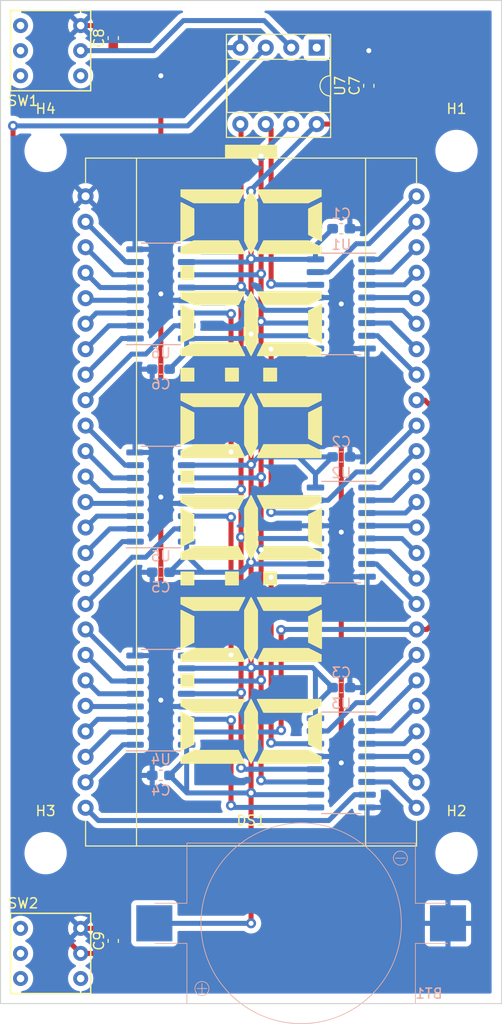
<source format=kicad_pcb>
(kicad_pcb (version 20211014) (generator pcbnew)

  (general
    (thickness 1.6)
  )

  (paper "A4")
  (layers
    (0 "F.Cu" signal)
    (31 "B.Cu" signal)
    (32 "B.Adhes" user "B.Adhesive")
    (33 "F.Adhes" user "F.Adhesive")
    (34 "B.Paste" user)
    (35 "F.Paste" user)
    (36 "B.SilkS" user "B.Silkscreen")
    (37 "F.SilkS" user "F.Silkscreen")
    (38 "B.Mask" user)
    (39 "F.Mask" user)
    (40 "Dwgs.User" user "User.Drawings")
    (41 "Cmts.User" user "User.Comments")
    (42 "Eco1.User" user "User.Eco1")
    (43 "Eco2.User" user "User.Eco2")
    (44 "Edge.Cuts" user)
    (45 "Margin" user)
    (46 "B.CrtYd" user "B.Courtyard")
    (47 "F.CrtYd" user "F.Courtyard")
    (48 "B.Fab" user)
    (49 "F.Fab" user)
    (50 "User.1" user)
    (51 "User.2" user)
    (52 "User.3" user)
    (53 "User.4" user)
    (54 "User.5" user)
    (55 "User.6" user)
    (56 "User.7" user)
    (57 "User.8" user)
    (58 "User.9" user)
  )

  (setup
    (stackup
      (layer "F.SilkS" (type "Top Silk Screen"))
      (layer "F.Paste" (type "Top Solder Paste"))
      (layer "F.Mask" (type "Top Solder Mask") (thickness 0.01))
      (layer "F.Cu" (type "copper") (thickness 0.035))
      (layer "dielectric 1" (type "core") (thickness 1.51) (material "FR4") (epsilon_r 4.5) (loss_tangent 0.02))
      (layer "B.Cu" (type "copper") (thickness 0.035))
      (layer "B.Mask" (type "Bottom Solder Mask") (thickness 0.01))
      (layer "B.Paste" (type "Bottom Solder Paste"))
      (layer "B.SilkS" (type "Bottom Silk Screen"))
      (copper_finish "None")
      (dielectric_constraints no)
    )
    (pad_to_mask_clearance 0)
    (grid_origin 15 15)
    (pcbplotparams
      (layerselection 0x00010fc_ffffffff)
      (disableapertmacros false)
      (usegerberextensions false)
      (usegerberattributes true)
      (usegerberadvancedattributes true)
      (creategerberjobfile true)
      (svguseinch false)
      (svgprecision 6)
      (excludeedgelayer true)
      (plotframeref false)
      (viasonmask false)
      (mode 1)
      (useauxorigin false)
      (hpglpennumber 1)
      (hpglpenspeed 20)
      (hpglpendiameter 15.000000)
      (dxfpolygonmode true)
      (dxfimperialunits true)
      (dxfusepcbnewfont true)
      (psnegative false)
      (psa4output false)
      (plotreference true)
      (plotvalue true)
      (plotinvisibletext false)
      (sketchpadsonfab false)
      (subtractmaskfromsilk false)
      (outputformat 1)
      (mirror false)
      (drillshape 1)
      (scaleselection 1)
      (outputdirectory "")
    )
  )

  (net 0 "")
  (net 1 "/GND")
  (net 2 "/VCC")
  (net 3 "/BTN1")
  (net 4 "/BTN2")
  (net 5 "/1E")
  (net 6 "/1D")
  (net 7 "/1C")
  (net 8 "/1DP")
  (net 9 "/2E")
  (net 10 "/2D")
  (net 11 "/2C")
  (net 12 "/2DP")
  (net 13 "/3E")
  (net 14 "/3D")
  (net 15 "/3C")
  (net 16 "/3DP")
  (net 17 "/4E")
  (net 18 "/4D")
  (net 19 "/4C")
  (net 20 "/4DP")
  (net 21 "/5E")
  (net 22 "/5D")
  (net 23 "/5C")
  (net 24 "/5DP")
  (net 25 "/6E")
  (net 26 "/6D")
  (net 27 "/6C")
  (net 28 "/6B")
  (net 29 "/6A")
  (net 30 "/6F")
  (net 31 "/6G")
  (net 32 "/5B")
  (net 33 "/5A")
  (net 34 "/5F")
  (net 35 "/5G")
  (net 36 "/COL")
  (net 37 "/4B")
  (net 38 "/4A")
  (net 39 "/4F")
  (net 40 "/4G")
  (net 41 "/3B")
  (net 42 "/3A")
  (net 43 "/3F")
  (net 44 "/3G")
  (net 45 "/2B")
  (net 46 "/2A")
  (net 47 "/2F")
  (net 48 "/2G")
  (net 49 "/1B")
  (net 50 "/1A")
  (net 51 "/1F")
  (net 52 "/1G")
  (net 53 "unconnected-(SW1-Pad1)")
  (net 54 "unconnected-(SW1-Pad2)")
  (net 55 "unconnected-(SW1-Pad3)")
  (net 56 "unconnected-(SW1-Pad4)")
  (net 57 "unconnected-(SW2-Pad1)")
  (net 58 "unconnected-(SW2-Pad2)")
  (net 59 "unconnected-(SW2-Pad3)")
  (net 60 "unconnected-(SW2-Pad4)")
  (net 61 "Net-(U1-Pad9)")
  (net 62 "/CLK")
  (net 63 "/STORE")
  (net 64 "/DATA")
  (net 65 "Net-(U2-Pad9)")
  (net 66 "Net-(U3-Pad9)")
  (net 67 "Net-(U4-Pad9)")
  (net 68 "Net-(U5-Pad9)")
  (net 69 "unconnected-(U6-Pad9)")
  (net 70 "unconnected-(U7-Pad1)")

  (footprint "Package_DIP:DIP-8_W7.62mm_Socket" (layer "F.Cu") (at 46.55 19.7 -90))

  (footprint "MountingHole:MountingHole_3.2mm_M3" (layer "F.Cu") (at 19.5 100))

  (footprint "ZZ_Custom_Footprints:ZIPPY_P1" (layer "F.Cu") (at 20 110))

  (footprint "MountingHole:MountingHole_3.2mm_M3" (layer "F.Cu") (at 60.5 100))

  (footprint "Capacitor_SMD:C_0603_1608Metric_Pad1.08x0.95mm_HandSolder" (layer "F.Cu") (at 26.25 108.75 90))

  (footprint "Capacitor_SMD:C_0603_1608Metric_Pad1.08x0.95mm_HandSolder" (layer "F.Cu") (at 51.75 23.5 90))

  (footprint "Capacitor_SMD:C_0603_1608Metric_Pad1.08x0.95mm_HandSolder" (layer "F.Cu") (at 26.25 18.75 90))

  (footprint "MountingHole:MountingHole_3.2mm_M3" (layer "F.Cu") (at 19.5 30))

  (footprint "MountingHole:MountingHole_3.2mm_M3" (layer "F.Cu") (at 60.5 30))

  (footprint "ZZ_Custom_Footprints:ZIPPY_P1" (layer "F.Cu") (at 20 20))

  (footprint "ZZ_Custom_Footprints:OD-609" (layer "F.Cu") (at 40 65))

  (footprint "Package_SO:SO-16_3.9x9.9mm_P1.27mm" (layer "B.Cu") (at 49 91 180))

  (footprint "Package_SO:SO-16_3.9x9.9mm_P1.27mm" (layer "B.Cu") (at 31 64.5))

  (footprint "Capacitor_SMD:C_0603_1608Metric_Pad1.08x0.95mm_HandSolder" (layer "B.Cu") (at 31 72 180))

  (footprint "Package_SO:SO-16_3.9x9.9mm_P1.27mm" (layer "B.Cu") (at 31 44.25))

  (footprint "Package_SO:SO-16_3.9x9.9mm_P1.27mm" (layer "B.Cu") (at 49 45.25 180))

  (footprint "ZZ_Custom_Footprints:KEYSTONE_1060" (layer "B.Cu") (at 45 107 180))

  (footprint "Capacitor_SMD:C_0603_1608Metric_Pad1.08x0.95mm_HandSolder" (layer "B.Cu") (at 49 60.5))

  (footprint "Capacitor_SMD:C_0603_1608Metric_Pad1.08x0.95mm_HandSolder" (layer "B.Cu") (at 31 51.75 180))

  (footprint "Package_SO:SO-16_3.9x9.9mm_P1.27mm" (layer "B.Cu") (at 31 84.75))

  (footprint "Package_SO:SO-16_3.9x9.9mm_P1.27mm" (layer "B.Cu") (at 49 68 180))

  (footprint "Capacitor_SMD:C_0603_1608Metric_Pad1.08x0.95mm_HandSolder" (layer "B.Cu") (at 49 83.5))

  (footprint "Capacitor_SMD:C_0603_1608Metric_Pad1.08x0.95mm_HandSolder" (layer "B.Cu") (at 31 92.25 180))

  (footprint "Capacitor_SMD:C_0603_1608Metric_Pad1.08x0.95mm_HandSolder" (layer "B.Cu") (at 49 37.75))

  (gr_rect (start 15 15) (end 65 115) (layer "Edge.Cuts") (width 0.1) (fill none) (tstamp ebc14ef6-507e-4845-9187-42189c6fc36c))

  (segment (start 31 64.5) (end 31 84.75) (width 0.5) (layer "F.Cu") (net 1) (tstamp 1bdb365d-635c-4a38-a332-3f8e7b764d2d))
  (segment (start 25.8625 107.5) (end 26.25 107.8875) (width 0.5) (layer "F.Cu") (net 1) (tstamp 1ea41f1a-550a-4768-adad-c26978c06f81))
  (segment (start 49 45.25) (end 49 68) (width 0.5) (layer "F.Cu") (net 1) (tstamp 26d41624-b937-4734-bba9-57ea96b4ca2d))
  (segment (start 51.75 22.6375) (end 51.75 20) (width 0.5) (layer "F.Cu") (net 1) (tstamp 31c1c07c-4cc2-44a7-baec-3156f25a6466))
  (segment (start 23 17.5) (end 25.8625 17.5) (width 0.5) (layer "F.Cu") (net 1) (tstamp 5ff0cf7b-71a4-401d-9687-e4a5f1c17925))
  (segment (start 23 107.5) (end 25.8625 107.5) (width 0.5) (layer "F.Cu") (net 1) (tstamp 8fcc17a6-e57b-4938-ba6d-82ed8c30d9c1))
  (segment (start 31 44.25) (end 31 22.5) (width 0.5) (layer "F.Cu") (net 1) (tstamp 904ab936-97a5-4cd1-a24f-0ba1f66febea))
  (segment (start 31 44.25) (end 31 64.5) (width 0.5) (layer "F.Cu") (net 1) (tstamp 9d086f17-b2b3-4bb3-a5c5-d770371ac6ea))
  (segment (start 25.8625 17.5) (end 26.25 17.8875) (width 0.5) (layer "F.Cu") (net 1) (tstamp a0be29d2-a976-4522-bfaf-9e7496c98714))
  (segment (start 49 68) (end 49 91) (width 0.5) (layer "F.Cu") (net 1) (tstamp e6414168-d1c8-4fd2-8492-762954cd9cea))
  (via (at 31 84.75) (size 1) (drill 0.5) (layers "F.Cu" "B.Cu") (net 1) (tstamp 3d0bd2e8-b9a8-4cd1-af42-c396b13369a1))
  (via (at 49 45.25) (size 1) (drill 0.5) (layers "F.Cu" "B.Cu") (net 1) (tstamp 451c66bc-9f94-41f3-a797-e6c28624e4dc))
  (via (at 51.75 20) (size 1) (drill 0.5) (layers "F.Cu" "B.Cu") (net 1) (tstamp 6714b5f9-b4d3-43a7-87da-f84335339b5d))
  (via (at 49 91) (size 1) (drill 0.5) (layers "F.Cu" "B.Cu") (net 1) (tstamp 9545231f-42f2-4e75-b953-e7aaa24f44e7))
  (via (at 31 22.5) (size 1) (drill 0.5) (layers "F.Cu" "B.Cu") (net 1) (tstamp b00c25b0-9db0-45bc-ba04-a5272d57d62b))
  (via (at 31 64.5) (size 1) (drill 0.5) (layers "F.Cu" "B.Cu") (net 1) (tstamp e24de935-ee0f-48ff-8b5d-d739b96c39b4))
  (via (at 31 44.25) (size 1) (drill 0.5) (layers "F.Cu" "B.Cu") (net 1) (tstamp e42e1b65-1e60-48ea-bc02-60664f01c747))
  (via (at 49 68) (size 1) (drill 0.5) (layers "F.Cu" "B.Cu") (net 1) (tstamp f5bda490-5eda-48f3-a3db-43004be2c3e7))
  (segment (start 40 86.5) (end 40 89) (width 0.5) (layer "F.Cu") (net 2) (tstamp 0219ba8b-cfcd-40ac-b7bd-53c47fb5f301))
  (segment (start 40 63.5) (end 40 71) (width 0.5) (layer "F.Cu") (net 2) (tstamp 0274573c-3798-4b6a-8ee9-8acae1013638))
  (segment (start 40 71) (end 40 81.5) (width 0.5) (layer "F.Cu") (net 2) (tstamp 29a84cb5-f160-47f3-a1b5-a94edac9629d))
  (segment (start 46.55 27.32) (end 48.7925 27.32) (width 0.5) (layer "F.Cu") (net 2) (tstamp 2be3eed3-0838-4f01-b0f9-0bec6cbc1c8c))
  (segment (start 40 81.5) (end 40 86.5) (width 0.5) (layer "F.Cu") (net 2) (tstamp 5978116d-e246-4b24-ba3a-5df91db56fb9))
  (segment (start 40 94) (end 40 107) (width 0.5) (layer "F.Cu") (net 2) (tstamp 60dba792-638d-41c9-84a8-8f04ae300317))
  (segment (start 40 40.75) (end 40 34) (width 0.5) (layer "F.Cu") (net 2) (tstamp 87958277-2db8-4d3e-b8d7-72d30dfb49c6))
  (segment (start 40 48.25) (end 40 61.25) (width 0.5) (layer "F.Cu") (net 2) (tstamp 9ca01281-250e-41fe-8607-2a6d06171fca))
  (segment (start 48.7925 27.32) (end 51.75 24.3625) (width 0.5) (layer "F.Cu") (net 2) (tstamp b976915e-b07b-4170-8d4f-70b9673c4d4b))
  (segment (start 40 40.75) (end 40 48.25) (width 0.5) (layer "F.Cu") (net 2) (tstamp d3400951-9f95-4ede-82cb-1b4f267bc740))
  (segment (start 40 61.25) (end 40 63.5) (width 0.5) (layer "F.Cu") (net 2) (tstamp efc5db30-391d-40e3-be85-278229565114))
  (segment (start 40 89) (end 40 94) (width 0.5) (layer "F.Cu") (net 2) (tstamp f2378972-a142-41f3-822b-931a418e9b42))
  (via (at 40 107) (size 1) (drill 0.5) (layers "F.Cu" "B.Cu") (net 2) (tstamp 2c2301e7-5892-42a6-9b02-3b8dffee3fcc))
  (via (at 40 81.5) (size 1) (drill 0.5) (layers "F.Cu" "B.Cu") (net 2) (tstamp 49ac6bcf-b923-4afc-980b-0cade720c0a1))
  (via (at 40 34) (size 1) (drill 0.5) (layers "F.Cu" "B.Cu") (net 2) (tstamp 763ff8f5-d464-47ba-b22a-65f0438b078a))
  (via (at 40 94) (size 1) (drill 0.5) (layers "F.Cu" "B.Cu") (net 2) (tstamp 98bcc187-d128-444d-a144-f824bc92e272))
  (via (at 40 48.25) (size 1) (drill 0.5) (layers "F.Cu" "B.Cu") (net 2) (tstamp b99c76a9-8bd2-4dfd-bf44-d088f27da0b3))
  (via (at 40 71) (size 1) (drill 0.5) (layers "F.Cu" "B.Cu") (net 2) (tstamp bf2181c5-f7c6-44bb-8637-c608fe2daaf8))
  (via (at 40 61.25) (size 1) (drill 0.5) (layers "F.Cu" "B.Cu") (net 2) (tstamp e9915194-c443-48b6-8409-78a54f6061c0))
  (via (at 40 40.75) (size 1) (drill 0.5) (layers "F.Cu" "B.Cu") (net 2) (tstamp f83d5a8e-523d-4cb0-b424-d36455ba5375))
  (segment (start 46.425 63.555) (end 46.425 62.2125) (width 0.5) (layer "B.Cu") (net 2) (tstamp 10f1eb18-3726-49e5-9d03-c6b824cb9d70))
  (segment (start 46.425 85.2125) (end 48.1375 83.5) (width 0.5) (layer "B.Cu") (net 2) (tstamp 20f99455-6298-4505-8105-d05554bb6ad3))
  (segment (start 33.575 90.5375) (end 33.575 93.9625) (width 0.5) (layer "B.Cu") (net 2) (tstamp 2bd6d82e-58d3-4343-aa09-c995ebe2dd20))
  (segment (start 33.575 81.575) (end 39.925 81.575) (width 0.5) (layer "B.Cu") (net 2) (tstamp 3c0e40be-3cfb-4dfe-bab5-f323f14c1c37))
  (segment (start 39.925 81.575) (end 40 81.5) (width 0.5) (layer "B.Cu") (net 2) (tstamp 3e8047e0-a78f-42f9-9714-9b5d7dab9171))
  (segment (start 40 94) (end 33.6125 94) (width 0.5) (layer "B.Cu") (net 2) (tstamp 45a42c19-cd51-44c1-a841-6704d0e15664))
  (segment (start 46.425 81.7875) (end 46.1375 81.5) (width 0.5) (layer "B.Cu") (net 2) (tstamp 4635dcf0-a3b3-4666-aed2-68bd1d9fcac9))
  (segment (start 40.175 71.175) (end 40 71) (width 0.5) (layer "B.Cu") (net 2) (tstamp 4dbffcfd-f997-498e-8e87-c466a24612a2))
  (segment (start 40.75 60.5) (end 40 61.25) (width 0.5) (layer "B.Cu") (net 2) (tstamp 4ff5c9b7-8149-486c-8120-432df1025e53))
  (segment (start 33.575 89.195) (end 33.575 90.5375) (width 0.5) (layer "B.Cu") (net 2) (tstamp 516641dc-126d-4f9d-83a8-f61905456c30))
  (segment (start 46.425 71.175) (end 40.175 71.175) (width 0.5) (layer "B.Cu") (net 2) (tstamp 599f6d46-b58d-4f7e-9b8c-89ee4981cb0b))
  (segment (start 46.425 86.555) (end 46.425 85.2125) (width 0.5) (layer "B.Cu") (net 2) (tstamp 5ddeb7e5-cec8-43e0-a08b-dd41c22f844b))
  (segment (start 31.8625 72) (end 35.25 72) (width 0.5) (layer "B.Cu") (net 2) (tstamp 65eaec15-f642-45b9-b273-fa91e58a19b4))
  (segment (start 39 72) (end 40 71) (width 0.5) (layer "B.Cu") (net 2) (tstamp 69148ffb-1a21-44fa-a64f-1341bca67fc9))
  (segment (start 33.575 70.2875) (end 33.575 70.325) (width 0.5) (layer "B.Cu") (net 2) (tstamp 6bf35042-ba1d-4fdf-84c8-78fb46e1ddc7))
  (segment (start 39.925 61.325) (end 40 61.25) (width 0.5) (layer "B.Cu") (net 2) (tstamp 6c48ce9f-03f3-4e62-a236-00c2581877d7))
  (segment (start 46.425 40.805) (end 40.055 40.805) (width 0.5) (layer "B.Cu") (net 2) (tstamp 6e7386d9-890a-41a0-b7e7-1819073e6a0e))
  (segment (start 46.425 48.425) (end 40.175 48.425) (width 0.5) (layer "B.Cu") (net 2) (tstamp 76e737a4-ef19-4e7b-a02f-6d36e8004216))
  (segment (start 46.425 40.805) (end 46.425 39.4625) (width 0.5) (layer "B.Cu") (net 2) (tstamp 7f7315ed-a7dd-406d-a274-bc2f79f2d0fe))
  (segment (start 33.575 41.075) (end 39.675 41.075) (width 0.5) (layer "B.Cu") (net 2) (tstamp 7f8e12a2-7edf-454a-a7d5-dc9ee6f627c2))
  (segment (start 33.575 68.945) (end 33.575 70.2875) (width 0.5) (layer "B.Cu") (net 2) (tstamp 81772257-2f39-4071-bfa8-75e4c9d3e9c9))
  (segment (start 33.575 70.325) (end 35.25 72) (width 0.5) (layer "B.Cu") (net 2) (tstamp 8531a8c1-b732-4bab-9628-637df39a0a01))
  (segment (start 33.575 50.0375) (end 31.8625 51.75) (width 0.5) (layer "B.Cu") (net 2) (tstamp 8b9c9bad-6ee8-4158-a2d0-ead43f979d07))
  (segment (start 33.575 61.325) (end 39.925 61.325) (width 0.5) (layer "B.Cu") (net 2) (tstamp 95398694-d677-4ca6-950e-a7962f42a78c))
  (segment (start 46.425 62.2125) (end 48.1375 60.5) (width 0.5) (layer "B.Cu") (net 2) (tstamp 959a4713-5222-4077-bd4c-39fd3a5eb030))
  (segment (start 33.575 93.9625) (end 33.6125 94) (width 0.5) (layer "B.Cu") (net 2) (tstamp 99926fb5-5399-4cdc-babb-32fb6a3de77a))
  (segment (start 39.555 48.695) (end 40 48.25) (width 0.5) (layer "B.Cu") (net 2) (tstamp 9ab38fdb-b9d9-4ac7-9d7f-0b3f1a9fc924))
  (segment (start 33.575 90.5375) (end 31.8625 92.25) (width 0.5) (layer "B.Cu") (net 2) (tstamp a99a887b-fb00-453a-99fc-568e4a01062c))
  (segment (start 48.1375 60.5) (end 44.75 60.5) (width 0.5) (layer "B.Cu") (net 2) (tstamp aa9dc915-c2a4-4dc3-8c73-db38d3c229f8))
  (segment (start 46.425 39.4625) (end 48.1375 37.75) (width 0.5) (layer "B.Cu") (net 2) (tstamp ab35abe6-713f-49c6-bcff-d3db93c75c73))
  (segment (start 40 33.87) (end 40 34) (width 0.5) (layer "B.Cu") (net 2) (tstamp acfd64e3-f47d-4806-9410-e707fa1aa082))
  (segment (start 35.25 72) (end 39 72) (width 0.5) (layer "B.Cu") (net 2) (tstamp aea714ee-0cd7-476e-b269-82351c57de9c))
  (segment (start 46.55 27.32) (end 40 33.87) (width 0.5) (layer "B.Cu") (net 2) (tstamp ba36b6d8-d800-4903-93f6-3f6ed7404861))
  (segment (start 33.575 48.695) (end 39.555 48.695) (width 0.5) (layer "B.Cu") (net 2) (tstamp bc0539e1-732e-4fe2-8172-c43fb2991cff))
  (segment (start 40 107) (end 30.35 107) (width 0.5) (layer "B.Cu") (net 2) (tstamp c05d33ba-fa70-481c-968b-04d946f9d3fc))
  (segment (start 46.425 94.175) (end 40.175 94.175) (width 0.5) (layer "B.Cu") (net 2) (tstamp c6116a85-ce28-44df-999f-70e4dd267a2d))
  (segment (start 40.055 40.805) (end 40 40.75) (width 0.5) (layer "B.Cu") (net 2) (tstamp c77dc663-9b27-43c8-aaf9-03349f8c1836))
  (segment (start 39.675 41.075) (end 40 40.75) (width 0.5) (layer "B.Cu") (net 2) (tstamp c84a5f64-126b-47fa-b989-db237f485c90))
  (segment (start 46.425 85.2125) (end 46.425 81.7875) (width 0.5) (layer "B.Cu") (net 2) (tstamp d08b81e8-e4d3-49c0-96a9-477ff392ba62))
  (segment (start 48.1375 83.5) (end 46.1375 81.5) (width 0.5) (layer "B.Cu") (net 2) (tstamp d1fba7a2-8a46-4838-86f5-75150ef75e04))
  (segment (start 40.175 48.425) (end 40 48.25) (width 0.5) (layer "B.Cu") (net 2) (tstamp dbfe4dc7-1a48-4cda-b1ad-6714d20692d3))
  (segment (start 40.175 94.175) (end 40 94) (width 0.5) (layer "B.Cu") (net 2) (tstamp dcdabaa6-449b-4c43-b77f-e6841e03d333))
  (segment (start 44.75 60.5) (end 40.75 60.5) (width 0.5) (layer "B.Cu") (net 2) (tstamp df5f223e-85dd-4bdb-ab27-22bb87598b4f))
  (segment (start 33.575 70.2875) (end 31.8625 72) (width 0.5) (layer "B.Cu") (net 2) (tstamp e58ee5e1-103e-43cf-a7cd-f6f44436e286))
  (segment (start 33.6125 94) (end 31.8625 92.25) (width 0.5) (layer "B.Cu") (net 2) (tstamp e9a38cd9-5eb6-4f17-a458-536a8d49af73))
  (segment (start 46.425 62.175) (end 44.75 60.5) (width 0.5) (layer "B.Cu") (net 2) (tstamp eabcdccb-ce4b-458a-af25-04b2685c7d5c))
  (segment (start 46.425 62.2125) (end 46.425 62.175) (width 0.5) (layer "B.Cu") (net 2) (tstamp f290e31a-0615-4fb2-87c7-7eeedb6725e0))
  (segment (start 33.575 48.695) (end 33.575 50.0375) (width 0.5) (layer "B.Cu") (net 2) (tstamp f8b6d4a7-1a4c-4719-b532-f19f49936f57))
  (segment (start 46.1375 81.5) (end 40 81.5) (width 0.5) (layer "B.Cu") (net 2) (tstamp fac6ee14-e125-454b-ada7-c5366a56e7d9))
  (segment (start 25.8625 20) (end 26.25 19.6125) (width 0.5) (layer "F.Cu") (net 3) (tstamp 651a9301-bc7f-45e0-bebb-a24f8fb83561))
  (segment (start 23 20) (end 25.8625 20) (width 0.5) (layer "F.Cu") (net 3) (tstamp c66e456b-4182-49ff-90fc-2aef8654a724))
  (segment (start 44.01 19.7) (end 41.31 17) (width 0.5) (layer "B.Cu") (net 3) (tstamp 574c2fef-bc94-498a-914a-4b5629ca3fd1))
  (segment (start 41.31 17) (end 33.25 17) (width 0.5) (layer "B.Cu") (net 3) (tstamp 589b6f19-9908-40cb-b07d-402cfd9d9be2))
  (segment (start 30.25 20) (end 23 20) (width 0.5) (layer "B.Cu") (net 3) (tstamp 85375615-3f02-4ab0-a8cc-ec2c07c2192b))
  (segment (start 33.25 17) (end 30.25 20) (width 0.5) (layer "B.Cu") (net 3) (tstamp b51edcfd-40f3-45a3-a497-d615a9c5a777))
  (segment (start 23 110) (end 25.8625 110) (width 0.5) (layer "F.Cu") (net 4) (tstamp 559aaaa2-3425-49f2-ad9f-f69e54f344da))
  (segment (start 23 110) (end 20 107) (width 0.5) (layer "F.Cu") (net 4) (tstamp 6523bcf1-cef6-4e16-902f-8f0796b40ab8))
  (segment (start 16.25 103.25) (end 16.25 27.5) (width 0.5) (layer "F.Cu") (net 4) (tstamp 8e499445-d9eb-4ad0-adda-424caa2e44a8))
  (segment (start 20 107) (end 16.25 103.25) (width 0.5) (layer "F.Cu") (net 4) (tstamp 98f4928d-16fc-4691-9810-828acb185704))
  (segment (start 25.8625 110) (end 26.25 109.6125) (width 0.5) (layer "F.Cu") (net 4) (tstamp c723c25a-2fc0-4aed-82d1-209b3bb7980b))
  (via (at 16.25 27.5) (size 1) (drill 0.5) (layers "F.Cu" "B.Cu") (net 4) (tstamp 67c1f713-9d97-4a39-9bce-dd0d31d3123a))
  (segment (start 33.67 27.5) (end 16.25 27.5) (width 0.5) (layer "B.Cu") (net 4) (tstamp 7a82f052-429f-48e4-b550-646d0289a772))
  (segment (start 41.47 19.7) (end 33.67 27.5) (width 0.5) (layer "B.Cu") (net 4) (tstamp ba3ce8c7-0446-46ae-b08b-e47a6a6f1275))
  (segment (start 28.425 41.075) (end 27.505 41.075) (width 0.5) (layer "B.Cu") (net 5) (tstamp 7de87b47-4077-4deb-b946-2e63a8e5745b))
  (segment (start 27.505 41.075) (end 23.49 37.06) (width 0.5) (layer "B.Cu") (net 5) (tstamp 9205f865-8a92-4bc9-b95b-604fc35910ab))
  (segment (start 26.235 42.345) (end 23.49 39.6) (width 0.5) (layer "B.Cu") (net 6) (tstamp 45d8e23b-d238-4eb8-8010-77733629ef66))
  (segment (start 28.425 42.345) (end 26.235 42.345) (width 0.5) (layer "B.Cu") (net 6) (tstamp c2c7fcfa-f7c3-4cdf-96e4-20fc7f984ce0))
  (segment (start 24.965 43.615) (end 23.49 42.14) (width 0.5) (layer "B.Cu") (net 7) (tstamp 06a15d3e-eb26-43d6-b6af-6a1f32f28a5f))
  (segment (start 28.425 43.615) (end 24.965 43.615) (width 0.5) (layer "B.Cu") (net 7) (tstamp 4608409b-a2dc-442b-b8b2-87a40513839d))
  (segment (start 23.695 44.885) (end 23.49 44.68) (width 0.5) (layer "B.Cu") (net 8) (tstamp 1eef59e7-0a4d-4d07-8c21-f89f6f23b430))
  (segment (start 28.425 44.885) (end 23.695 44.885) (width 0.5) (layer "B.Cu") (net 8) (tstamp 46592b95-70fb-4603-aaa4-065caf084d60))
  (segment (start 28.425 46.155) (end 24.555 46.155) (width 0.5) (layer "B.Cu") (net 9) (tstamp d2056286-fc92-43bb-93c0-0cac4456c85c))
  (segment (start 24.555 46.155) (end 23.49 47.22) (width 0.5) (layer "B.Cu") (net 9) (tstamp f499d48e-0757-4151-a43b-b7218cae25d7))
  (segment (start 28.425 47.425) (end 25.825 47.425) (width 0.5) (layer "B.Cu") (net 10) (tstamp b5ced09a-6160-4f04-9fda-a6bed4a2843b))
  (segment (start 25.825 47.425) (end 23.49 49.76) (width 0.5) (layer "B.Cu") (net 10) (tstamp ed27c855-0b91-4ebe-83aa-61b7452d843f))
  (segment (start 28.425 48.695) (end 27.095 48.695) (width 0.5) (layer "B.Cu") (net 11) (tstamp b1cb5d26-a077-4850-89a8-5a8d858325ff))
  (segment (start 27.095 48.695) (end 23.49 52.3) (width 0.5) (layer "B.Cu") (net 11) (tstamp e26d4706-1181-41c8-99c5-a554be9748a6))
  (segment (start 29.5 50.25) (end 28.08 50.25) (width 0.5) (layer "B.Cu") (net 12) (tstamp 3ca4ab00-1bad-4fc9-8ed9-b1859ef11626))
  (segment (start 28.08 50.25) (end 23.49 54.84) (width 0.5) (layer "B.Cu") (net 12) (tstamp 9cb888ac-05f4-49fc-a569-19363a4b7f40))
  (segment (start 33.575 47.425) (end 32.325 47.425) (width 0.5) (layer "B.Cu") (net 12) (tstamp b9ce2518-879e-4bae-9ea2-0d5b3bb429e1))
  (segment (start 32.325 47.425) (end 29.5 50.25) (width 0.5) (layer "B.Cu") (net 12) (tstamp f515cdc4-5ca8-46e0-931d-c9e80fb27ed6))
  (segment (start 28.425 61.325) (end 27.435 61.325) (width 0.5) (layer "B.Cu") (net 13) (tstamp 1822d8b9-3ce6-4b28-8258-d6a5421249c6))
  (segment (start 27.435 61.325) (end 23.49 57.38) (width 0.5) (layer "B.Cu") (net 13) (tstamp f7237e3f-7218-45e2-804a-93320842c6cb))
  (segment (start 28.425 62.595) (end 26.165 62.595) (width 0.5) (layer "B.Cu") (net 14) (tstamp 22341310-2357-4cb8-a887-2a56fcae6c6c))
  (segment (start 26.165 62.595) (end 23.49 59.92) (width 0.5) (layer "B.Cu") (net 14) (tstamp 40f10e79-8312-430c-8c59-acb84aaa7e77))
  (segment (start 24.895 63.865) (end 23.49 62.46) (width 0.5) (layer "B.Cu") (net 15) (tstamp 046edc12-df56-4d79-a1b3-60f112187a7d))
  (segment (start 28.425 63.865) (end 24.895 63.865) (width 0.5) (layer "B.Cu") (net 15) (tstamp e849a08e-a6be-47e9-b1f6-50f612c88f45))
  (segment (start 23.625 65.135) (end 23.49 65) (width 0.5) (layer "B.Cu") (net 16) (tstamp 3f158db9-7d4d-4e22-8207-5d5c7f68c219))
  (segment (start 28.425 65.135) (end 23.625 65.135) (width 0.5) (layer "B.Cu") (net 16) (tstamp 547b25ea-182a-4f3a-b2d8-9774a490f944))
  (segment (start 24.625 66.405) (end 23.49 67.54) (width 0.5) (layer "B.Cu") (net 17) (tstamp 952538c8-f5cf-46e8-87b7-199ae81d53bd))
  (segment (start 28.425 66.405) (end 24.625 66.405) (width 0.5) (layer "B.Cu") (net 17) (tstamp db3ffc1a-9476-4120-9831-26849e11c885))
  (segment (start 28.425 67.675) (end 25.895 67.675) (width 0.5) (layer "B.Cu") (net 18) (tstamp 38ff8b8b-4e8a-4ab2-ad71-0634eb527126))
  (segment (start 25.895 67.675) (end 23.49 70.08) (width 0.5) (layer "B.Cu") (net 18) (tstamp efa5543f-e636-4c4c-be47-1ce1710c9c0a))
  (segment (start 28.425 68.945) (end 27.165 68.945) (width 0.5) (layer "B.Cu") (net 19) (tstamp 1a6095e5-bb00-4fd6-b4c5-51340ba268f9))
  (segment (start 27.165 68.945) (end 23.49 72.62) (width 0.5) (layer "B.Cu") (net 19) (tstamp e3b11dfd-3ba6-4b68-abe9-a03ac4e2fcb8))
  (segment (start 32.325 67.675) (end 29.5 70.5) (width 0.5) (layer "B.Cu") (net 20) (tstamp 0a2a6ce3-6f33-4172-adda-a6f92510d78f))
  (segment (start 29.5 70.5) (end 28.15 70.5) (width 0.5) (layer "B.Cu") (net 20) (tstamp 3275c356-3fe5-445a-83df-50e977d82ecc))
  (segment (start 33.575 67.675) (end 32.325 67.675) (width 0.5) (layer "B.Cu") (net 20) (tstamp 9b72e121-8328-4641-8a98-fe8d28aa7893))
  (segment (start 28.15 70.5) (end 23.49 75.16) (width 0.5) (layer "B.Cu") (net 20) (tstamp aee1f110-fc3f-4763-b3af-43875a7252e5))
  (segment (start 28.425 81.575) (end 27.365 81.575) (width 0.5) (layer "B.Cu") (net 21) (tstamp 93d435e1-73b3-4736-861b-884c390b283e))
  (segment (start 27.365 81.575) (end 23.49 77.7) (width 0.5) (layer "B.Cu") (net 21) (tstamp af8378a7-db49-41d4-9988-1879e1dbed7f))
  (segment (start 26.095 82.845) (end 23.49 80.24) (width 0.5) (layer "B.Cu") (net 22) (tstamp 049b77e5-26f4-4eb5-8bc5-9e4fee513e58))
  (segment (start 28.425 82.845) (end 26.095 82.845) (width 0.5) (layer "B.Cu") (net 22) (tstamp a1b186f4-23d2-48c9-99b8-2098b7abfc27))
  (segment (start 24.825 84.115) (end 23.49 82.78) (width 0.5) (layer "B.Cu") (net 23) (tstamp 14217cf5-53d9-4438-8d07-6a4b113f4787))
  (segment (start 28.425 84.115) (end 24.825 84.115) (width 0.5) (layer "B.Cu") (net 23) (tstamp fc2d976d-d04f-4836-b3e0-103fa6dd2bec))
  (segment (start 23.555 85.385) (end 23.49 85.32) (width 0.5) (layer "B.Cu") (net 24) (tstamp 6bcdaf06-06bf-41e0-9077-5a6b537d7408))
  (segment (start 28.425 85.385) (end 23.555 85.385) (width 0.5) (layer "B.Cu") (net 24) (tstamp d5633688-ecb4-43cf-b177-49d378266b63))
  (segment (start 28.425 86.655) (end 24.695 86.655) (width 0.5) (layer "B.Cu") (net 25) (tstamp 316f8b14-c930-43b5-8ca9-f3f4f2fad9b3))
  (segment (start 24.695 86.655) (end 23.49 87.86) (width 0.5) (layer "B.Cu") (net 25) (tstamp 5ceab72c-bd4f-43f1-a851-537d3dabddc7))
  (segment (start 25.965 87.925) (end 23.49 90.4) (width 0.5) (layer "B.Cu") (net 26) (tstamp 220a9872-c6e4-47d0-b39f-0565c007697c))
  (segment (start 28.425 87.925) (end 25.965 87.925) (width 0.5) (layer "B.Cu") (net 26) (tstamp e0010b7e-6a5a-4b20-a9f7-93ff7d00e481))
  (segment (start 27.235 89.195) (end 23.49 92.94) (width 0.5) (layer "B.Cu") (net 27) (tstamp 43634ba6-4411-4e91-a1c2-428b14b7bdc6))
  (segment (start 28.425 89.195) (end 27.235 89.195) (width 0.5) (layer "B.Cu") (net 27) (tstamp 5f4c063a-15ce-4474-ae64-81a8092461d0))
  (segment (start 50.325 94.175) (end 47.75 96.75) (width 0.5) (layer "B.Cu") (net 28) (tstamp 277e244e-22dd-4ddc-bee9-71a8d9ccdbfc))
  (segment (start 47.75 96.75) (end 24.76 96.75) (width 0.5) (layer "B.Cu") (net 28) (tstamp 392e526e-06c9-456b-9ca5-84a0fe390b50))
  (segment (start 51.575 94.175) (end 50.325 94.175) (width 0.5) (layer "B.Cu") (net 28) (tstamp 6c4866f2-df87-4ebe-9a49-f1f3f7a8a6a5))
  (segment (start 24.76 96.75) (end 23.49 95.48) (width 0.5) (layer "B.Cu") (net 28) (tstamp fa44b2b6-4b15-47ff-9832-12897edb92d2))
  (segment (start 51.575 92.905) (end 53.935 92.905) (width 0.5) (layer "B.Cu") (net 29) (tstamp c293fc69-e59e-4206-88c1-2b67747ba78f))
  (segment (start 53.935 92.905) (end 56.51 95.48) (width 0.5) (layer "B.Cu") (net 29) (tstamp f5513b65-b05e-4c2f-b38a-dfa65329449d))
  (segment (start 51.575 91.635) (end 55.205 91.635) (width 0.5) (layer "B.Cu") (net 30) (tstamp 76d1ecac-bed2-4f17-89ea-349f578def2d))
  (segment (start 55.205 91.635) (end 56.51 92.94) (width 0.5) (layer "B.Cu") (net 30) (tstamp d9b5e667-e418-42fb-abf1-9e3569fdf793))
  (segment (start 56.475 90.365) (end 56.51 90.4) (width 0.5) (layer "B.Cu") (net 31) (tstamp 2c225c79-d267-4718-8f7d-33f4e387bf22))
  (segment (start 51.575 90.365) (end 56.475 90.365) (width 0.5) (layer "B.Cu") (net 31) (tstamp 5409b094-7266-4bc9-adb3-9119af9d5124))
  (segment (start 51.575 89.095) (end 55.275 89.095) (width 0.5) (layer "B.Cu") (net 32) (tstamp 0f0fa2a5-c6c0-4ccf-b124-ab5acb60115b))
  (segment (start 55.275 89.095) (end 56.51 87.86) (width 0.5) (layer "B.Cu") (net 32) (tstamp 22a463ff-ce22-4690-97a8-46ce2807fa99))
  (segment (start 54.005 87.825) (end 56.51 85.32) (width 0.5) (layer "B.Cu") (net 33) (tstamp 7c5e80a6-0bdd-4606-afae-dcd3c667e4ab))
  (segment (start 51.575 87.825) (end 54.005 87.825) (width 0.5) (layer "B.Cu") (net 33) (tstamp c302fc4c-c0fd-4cf5-92c5-67aca93140b4))
  (segment (start 51.575 86.555) (end 52.735 86.555) (width 0.5) (layer "B.Cu") (net 34) (tstamp c1fa01f4-cb1b-4ae5-b835-63c6ded40400))
  (segment (start 52.735 86.555) (end 56.51 82.78) (width 0.5) (layer "B.Cu") (net 34) (tstamp fdb6ccc9-d490-413f-a83f-3a0e87437eb1))
  (segment (start 46.425 87.825) (end 47.675 87.825) (width 0.5) (layer "B.Cu") (net 35) (tstamp 49334aa8-da8c-498b-a353-bc4be61cc5f0))
  (segment (start 50.5 85) (end 51.75 85) (width 0.5) (layer "B.Cu") (net 35) (tstamp 4c572c84-a018-4b57-a18e-0146aa57a638))
  (segment (start 47.675 87.825) (end 50.5 85) (width 0.5) (layer "B.Cu") (net 35) (tstamp 7c697713-8563-498f-95c4-ad27010b2c37))
  (segment (start 51.75 85) (end 56.51 80.24) (width 0.5) (layer "B.Cu") (net 35) (tstamp 9e53b275-c877-496f-9601-181b27aeee45))
  (segment (start 58.75 56.25) (end 57.34 54.84) (width 0.5) (layer "F.Cu") (net 36) (tstamp 046c1539-cb8c-4318-8899-be5974060b4c))
  (segment (start 43 87.75) (end 43 77.75) (width 0.5) (layer "F.Cu") (net 36) (tstamp 086b7c35-62f6-4bb2-a6c0-fa474ed0e7e2))
  (segment (start 57.55 77.7) (end 58.75 76.5) (width 0.5) (layer "F.Cu") (net 36) (tstamp 1f407591-6156-46c4-a998-f53c50409c94))
  (segment (start 57.34 54.84) (end 56.51 54.84) (width 0.5) (layer "F.Cu") (net 36) (tstamp 5f83436a-41a4-4582-9c03-c7d55aad74f7))
  (segment (start 58.75 76.5) (end 58.75 56.25) (width 0.5) (layer "F.Cu") (net 36) (tstamp b1d1659e-a61e-465d-b5b1-e8b41b681b9c))
  (segment (start 56.51 77.7) (end 57.55 77.7) (width 0.5) (layer "F.Cu") (net 36) (tstamp f0e9f0c6-ebc4-40bd-b162-e0933ec0187f))
  (via (at 43 87.75) (size 1) (drill 0.5) (layers "F.Cu" "B.Cu") (net 36) (tstamp 1b869389-8553-4803-bf0b-a6d65e4c5ad1))
  (via (at 43 77.75) (size 1) (drill 0.5) (layers "F.Cu" "B.Cu") (net 36) (tstamp 6dd8b20f-9ab9-404b-babd-8b51ac1924cd))
  (segment (start 33.575 87.925) (end 42.825 87.925) (width 0.5) (layer "B.Cu") (net 36) (tstamp 01f436a8-ed66-4e77-bbde-4dc5254a69a7))
  (segment (start 43.05 77.7) (end 43 77.75) (width 0.5) (layer "B.Cu") (net 36) (tstamp 2f7d2842-773d-4b66-96f6-3526e9765967))
  (segment (start 56.51 77.7) (end 43.05 77.7) (width 0.5) (layer "B.Cu") (net 36) (tstamp 7ae2d41b-d2bf-4a87-8309-364175d0ad72))
  (segment (start 42.825 87.925) (end 43 87.75) (width 0.5) (layer "B.Cu") (net 36) (tstamp fa5304c3-2afe-4fd3-8e67-1cb529fac4b2))
  (segment (start 51.575 71.175) (end 52.525 71.175) (width 0.5) (layer "B.Cu") (net 37) (tstamp 43c35673-8ad2-4a00-9d95-f64b60e2db02))
  (segment (start 52.525 71.175) (end 56.51 75.16) (width 0.5) (layer "B.Cu") (net 37) (tstamp e059a0d9-61e7-4498-b9b3-b669d505a8f0))
  (segment (start 53.795 69.905) (end 56.51 72.62) (width 0.5) (layer "B.Cu") (net 38) (tstamp 96c5c52a-33d3-46ad-873a-93ed382d1075))
  (segment (start 51.575 69.905) (end 53.795 69.905) (width 0.5) (layer "B.Cu") (net 38) (tstamp a3f70c46-80c7-4d80-b10f-66a14d1bb0da))
  (segment (start 55.065 68.635) (end 56.51 70.08) (width 0.5) (layer "B.Cu") (net 39) (tstamp 8aa2ebfd-2a5e-4fa7-9342-c6dbc0096b98))
  (segment (start 51.575 68.635) (end 55.065 68.635) (width 0.5) (layer "B.Cu") (net 39) (tstamp aa3e20d1-3c33-44a7-8a9a-facd342f0c6e))
  (segment (start 56.51 67.54) (end 56.335 67.365) (width 0.5) (layer "B.Cu") (net 40) (tstamp 54170396-aacf-4626-a8b1-cf154f0ffc8e))
  (segment (start 56.335 67.365) (end 51.575 67.365) (width 0.5) (layer "B.Cu") (net 40) (tstamp 5f5e1256-3b29-4177-b30a-0d900057e41a))
  (segment (start 55.415 66.095) (end 56.51 65) (width 0.5) (layer "B.Cu") (net 41) (tstamp 7bb217f1-f220-45e7-ab27-7ae793f87bdb))
  (segment (start 51.575 66.095) (end 55.415 66.095) (width 0.5) (layer "B.Cu") (net 41) (tstamp a017cae0-8e76-424a-9975-d96c480f2c11))
  (segment (start 51.575 64.825) (end 54.145 64.825) (width 0.5) (layer "B.Cu") (net 42) (tstamp 1290acb1-7852-4869-8062-c925d38098fd))
  (segment (start 54.145 64.825) (end 56.51 62.46) (width 0.5) (layer "B.Cu") (net 42) (tstamp f4c0a6ce-d42a-4494-9839-4e195fde0498))
  (segment (start 51.575 63.555) (end 52.875 63.555) (width 0.5) (layer "B.Cu") (net 43) (tstamp 2e44bf5d-ed85-40ca-930d-88753637b590))
  (segment (start 52.875 63.555) (end 56.51 59.92) (width 0.5) (layer "B.Cu") (net 43) (tstamp a2f1f8c4-639e-42fc-95d4-19418ea02beb))
  (segment (start 47.675 64.825) (end 50.5 62) (width 0.5) (layer "B.Cu") (net 44) (tstamp 0e547a21-f98e-4058-a301-e56d6bf42aaa))
  (segment (start 46.425 64.825) (end 47.675 64.825) (width 0.5) (layer "B.Cu") (net 44) (tstamp 1968ee37-cf2c-46d3-a8a4-cec6e67981a1))
  (segment (start 50.5 62) (end 51.89 62) (width 0.5) (layer "B.Cu") (net 44) (tstamp 2308c9c7-f762-4b8b-92bd-4099dcc3bcb0))
  (segment (start 51.89 62) (end 56.51 57.38) (width 0.5) (layer "B.Cu") (net 44) (tstamp fbb0ad85-530e-44dc-926a-a388704ff80c))
  (segment (start 52.635 48.425) (end 56.51 52.3) (width 0.5) (layer "B.Cu") (net 45) (tstamp 1297ed33-47c2-4a50-91cd-c2f9c1bf6945))
  (segment (start 51.575 48.425) (end 52.635 48.425) (width 0.5) (layer "B.Cu") (net 45) (tstamp f690bcca-dc39-41d4-be28-b879169efe1e))
  (segment (start 51.575 47.155) (end 53.905 47.155) (width 0.5) (layer "B.Cu") (net 46) (tstamp 7ec284fc-3b78-41d2-9138-f2e614b73a88))
  (segment (start 53.905 47.155) (end 56.51 49.76) (width 0.5) (layer "B.Cu") (net 46) (tstamp ab484072-a707-4cb3-9465-c89af48cf9c4))
  (segment (start 51.575 45.885) (end 55.175 45.885) (width 0.5) (layer "B.Cu") (net 47) (tstamp 3aa0410d-b469-4530-9461-55b4d11d8975))
  (segment (start 55.175 45.885) (end 56.51 47.22) (width 0.5) (layer "B.Cu") (net 47) (tstamp ca1c2865-eb61-4213-96e6-2e1fe3a4d30c))
  (segment (start 51.575 44.615) (end 56.445 44.615) (width 0.5) (layer "B.Cu") (net 48) (tstamp 13c19b25-e036-419f-917d-527ce3467bbf))
  (segment (start 56.445 44.615) (end 56.51 44.68) (width 0.5) (layer "B.Cu") (net 48) (tstamp 301f5912-5fea-455b-a571-3ea75c2c55e1))
  (segment (start 55.305 43.345) (end 56.51 42.14) (width 0.5) (layer "B.Cu") (net 49) (tstamp a90021f8-3deb-447b-929e-a291d78e28c2))
  (segment (start 51.575 43.345) (end 55.305 43.345) (width 0.5) (layer "B.Cu") (net 49) (tstamp d77493dd-58f6-4bab-8bee-a45c4fe23e63))
  (segment (start 51.575 42.075) (end 54.035 42.075) (width 0.5) (layer "B.Cu") (net 50) (tstamp 206c8f39-e756-4349-aee6-d4d4d491003a))
  (segment (start 54.035 42.075) (end 56.51 39.6) (width 0.5) (layer "B.Cu") (net 50) (tstamp 4362e1ac-72b8-4df4-a345-fa7a57b5b0c3))
  (segment (start 51.575 40.805) (end 52.765 40.805) (width 0.5) (layer "B.Cu") (net 51) (tstamp 03222e14-de36-4188-a293-475f28cba336))
  (segment (start 52.765 40.805) (end 56.51 37.06) (width 0.5) (layer "B.Cu") (net 51) (tstamp 4cef9f2b-4b4c-446d-9831-a6c3d95c5c0d))
  (segment (start 50.5 39.25) (end 51.78 39.25) (width 0.5) (layer "B.Cu") (net 52) (tstamp 24492ed0-f8df-4128-b0b6-7e2401bb6d06))
  (segment (start 46.425 42.075) (end 47.675 42.075) (width 0.5) (layer "B.Cu") (net 52) (tstamp 3b36785e-cccb-432c-bffb-bd99588e481b))
  (segment (start 51.78 39.25) (end 56.51 34.52) (width 0.5) (layer "B.Cu") (net 52) (tstamp d51c7e4b-4c5d-4846-b363-2a613dfa7ee8))
  (segment (start 47.675 42.075) (end 50.5 39.25) (width 0.5) (layer "B.Cu") (net 52) (tstamp e934fc39-2376-4d67-8b2e-511b60a92250))
  (segment (start 42 49.75) (end 42 66) (width 0.5) (layer "F.Cu") (net 61) (tstamp 9783c002-66ea-4974-ae9c-0607ab9f6044))
  (via (at 42 66) (size 1) (drill 0.5) (layers "F.Cu" "B.Cu") (net 61) (tstamp 68717d43-c3e3-4454-89e3-c3cd36b69fa1))
  (via (at 42 49.75) (size 1) (drill 0.5) (layers "F.Cu" "B.Cu") (net 61) (tstamp ca912167-a11a-4e23-a258-4f42fc22b4d7))
  (segment (start 46.425 49.695) (end 42.055 49.695) (width 0.5) (layer "B.Cu") (net 61) (tstamp 02484513-ea43-4d32-a799-f0b32eb024ae))
  (segment (start 42 66) (end 42.095 66.095) (width 0.5) (layer "B.Cu") (net 61) (tstamp 0aefd17b-bf08-4f18-9d3e-e2cae50cdcab))
  (segment (start 42.055 49.695) (end 42 49.75) (width 0.5) (layer "B.Cu") (net 61) (tstamp 9315a858-c832-406b-ac44-e67239c0ca31))
  (segment (start 42.095 66.095) (end 46.425 66.095) (width 0.5) (layer "B.Cu") (net 61) (tstamp c10e3ebb-656d-43cb-bfcd-89ede38afd31))
  (segment (start 41 82.75) (end 41 92.75) (width 0.5) (layer "F.Cu") (net 62) (tstamp 43ff7bf6-633b-48cb-a2de-db5e765ad777))
  (segment (start 41 30.5) (end 41 42.25) (width 0.5) (layer "F.Cu") (net 62) (tstamp 6fbaea1f-17c4-4d4e-97c8-997c5fbadde2))
  (segment (start 41 47) (end 41 42.25) (width 0.5) (layer "F.Cu") (net 62) (tstamp 8310cd8d-cc6b-42d9-93d7-1220897b531d))
  (segment (start 41 47) (end 41 62.5) (width 0.5) (layer "F.Cu") (net 62) (tstamp e047605b-96d3-4380-8209-813372c4aad8))
  (segment (start 41 69.75) (end 41 82.75) (width 0.5) (layer "F.Cu") (net 62) (tstamp ed829d69-1ccb-4dfe-b22c-d63cfc59e87e))
  (segment (start 41 62.5) (end 41 69.75) (width 0.5) (layer "F.Cu") (net 62) (tstamp f43efec5-8405-4493-b978-14284c9e1121))
  (via (at 41 82.75) (size 1) (drill 0.5) (layers "F.Cu" "B.Cu") (net 62) (tstamp 546c0fd1-b8cc-4194-a6b8-f47faeb1e1cf))
  (via (at 41 92.75) (size 1) (drill 0.5) (layers "F.Cu" "B.Cu") (net 62) (tstamp 7c981054-2c91-451f-8aa7-e1b5c54a5789))
  (via (at 41 47) (size 1) (drill 0.5) (layers "F.Cu" "B.Cu") (net 62) (tstamp a28f606d-c879-4f55-b9a8-fe2896921efe))
  (via (at 41 30.5) (size 1) (drill 0.5) (layers "F.Cu" "B.Cu") (net 62) (tstamp bcc8dde6-0a56-436f-acbf-f0ba38e70c1f))
  (via (at 41 69.75) (size 1) (drill 0.5) (layers "F.Cu" "B.Cu") (net 62) (tstamp d20791b7-5be2-4de7-9a94-ac1b17bd6ecb))
  (via (at 41 42.25) (size 1) (drill 0.5) (layers "F.Cu" "B.Cu") (net 62) (tstamp fce30066-f345-4d55-ac61-6ec7ef508c88))
  (via (at 41 62.5) (size 1) (drill 0.5) (layers "F.Cu" "B.Cu") (net 62) (tstamp fff2ebcd-91e5-4c18-a6bb-d07f95033d1d))
  (segment (start 41.155 92.905) (end 41 92.75) (width 0.5) (layer "B.Cu") (net 62) (tstamp 00a50979-b25a-47b0-b0e4-13b7f4fcd5c1))
  (segment (start 46.425 69.905) (end 41.155 69.905) (width 0.5) (layer "B.Cu") (net 62) (tstamp 05225388-9791-4233-b4de-9af4f1384700))
  (segment (start 33.575 82.845) (end 40.905 82.845) (width 0.5) (layer "B.Cu") (net 62) (tstamp 080a7e4f-5beb-43fb-8786-236ef0588622))
  (segment (start 40.905 42.345) (end 41 42.25) (width 0.5) (layer "B.Cu") (net 62) (tstamp 1b563e59-1c90-4701-b66c-03b38d129745))
  (segment (start 41.155 69.905) (end 41 69.75) (width 0.5) (layer "B.Cu") (net 62) (tstamp 2cc47c4f-cc84-4a89-aa1d-0ba0f9b4380d))
  (segment (start 46.425 47.155) (end 41.155 47.155) (width 0.5) (layer "B.Cu") (net 62) (tstamp 2d7a0ff4-d590-4928-bd02-1f75e88335c6))
  (segment (start 40.905 62.595) (end 41 62.5) (width 0.5) (layer "B.Cu") (net 62) (tstamp 3bf5626e-1595-4f0b-87cb-a52259b4c6ae))
  (segment (start 41.155 47.155) (end 41 47) (width 0.5) (layer "B.Cu") (net 62) (tstamp 58597d61-9adf-451c-980d-31844e289b49))
  (segment (start 40.905 82.845) (end 41 82.75) (width 0.5) (layer "B.Cu") (net 62) (tstamp 62e10065-f9c4-4ced-9fae-6d20099f1510))
  (segment (start 33.575 42.345) (end 40.905 42.345) (width 0.5) (layer "B.Cu") (net 62) (tstamp 74192ffd-b61e-4211-ae0e-4d679167e9ea))
  (segment (start 46.425 92.905) (end 41.155 92.905) (width 0.5) (layer "B.Cu") (net 62) (tstamp 7908fd23-11e3-4fa0-9a1f-fc7560b70d83))
  (segment (start 33.575 62.595) (end 40.905 62.595) (width 0.5) (layer "B.Cu") (net 62) (tstamp bbe1616d-9cf6-446e-88d8-5d452f75fdb5))
  (segment (start 41 30.33) (end 41 30.5) (width 0.5) (layer "B.Cu") (net 62) (tstamp c81903b8-938e-4756-9345-d7b2741fc09e))
  (segment (start 44.01 27.32) (end 41 30.33) (width 0.5) (layer "B.Cu") (net 62) (tstamp d1573665-b24b-4c1d-9d11-0965538a5992))
  (segment (start 39 43.5) (end 39 63.75) (width 0.5) (layer "F.Cu") (net 63) (tstamp 35ca4a0c-35da-43ed-9eef-117c36fb0a8d))
  (segment (start 39 84) (end 39 91.5) (width 0.5) (layer "F.Cu") (net 63) (tstamp 36ef58c5-5eec-453a-a5a5-6afa2314ddc7))
  (segment (start 39 68.5) (end 39 84) (width 0.5) (layer "F.Cu") (net 63) (tstamp 7d72d67b-e637-42ac-b0f9-e154364b1e7d))
  (segment (start 39 43.5) (end 39 27.39) (width 0.5) (layer "F.Cu") (net 63) (tstamp 8604d284-5884-427f-a040-1b73c73d26ab))
  (segment (start 39 63.75) (end 39 68.5) (width 0.5) (layer "F.Cu") (net 63) (tstamp b78c3fd5-71d6-40bc-8057-26331e276bc5))
  (segment (start 39 27.39) (end 38.93 27.32) (width 0.5) (layer "F.Cu") (net 63) (tstamp c499a9cb-dcb9-451f-9489-eef8f3513e05))
  (via (at 39 63.75) (size 1) (drill 0.5) (layers "F.Cu" "B.Cu") (net 63) (tstamp 31b3d616-2ef2-411d-9d3f-d024d25834b2))
  (via (at 39 91.5) (size 1) (drill 0.5) (layers "F.Cu" "B.Cu") (net 63) (tstamp 49d78513-4348-45cd-9d57-e66fc199ad48))
  (via (at 39 68.5) (size 1) (drill 0.5) (layers "F.Cu" "B.Cu") (net 63) (tstamp 5a23c0cb-1996-48a3-958b-f9c0179d8345))
  (via (at 39 43.5) (size 1) (drill 0.5) (layers "F.Cu" "B.Cu") (net 63) (tstamp 67c08ebc-d70a-4d59-9aa3-fb50779b9e9a))
  (via (at 39 84) (size 1) (drill 0.5) (layers "F.Cu" "B.Cu") (net 63) (tstamp db672073-1bc8-4d74-ab9e-9cbd6c5c71c3))
  (segment (start 39.135 68.635) (end 39 68.5) (width 0.5) (layer "B.Cu") (net 63) (tstamp 08714416-b159-4398-8b65-1c958a6ac785))
  (segment (start 33.575 43.615) (end 38.885 43.615) (width 0.5) (layer "B.Cu") (net 63) (tstamp 26514a36-f281-49c5-b120-98e08ea805a7))
  (segment (start 38.885 63.865) (end 39 63.75) (width 0.5) (layer "B.Cu") (net 63) (tstamp 37b03d18-c1b7-4dfc-8670-0ff396062ce0))
  (segment (start 46.425 91.635) (end 39.135 91.635) (width 0.5) (layer "B.Cu") (net 63) (tstamp 44ac4ffa-76d3-4eca-8c34-f02d8cf04af3))
  (segment (start 46.425 45.885) (end 41.385 45.885) (width 0.5) (layer "B.Cu") (net 63) (tstamp 53f507b5-7254-4e72-ad3a-4b330cb5598f))
  (segment (start 38.885 84.115) (end 39 84) (width 0.5) (layer "B.Cu") (net 63) (tstamp 77a3a424-e948-4822-bf3e-5f95c7832316))
  (segment (start 46.425 68.635) (end 39.135 68.635) (width 0.5) (layer "B.Cu") (net 63) (tstamp 9bc8725c-6a38-4f70-a564-7796a5e4b8ac))
  (segment (start 33.575 63.865) (end 38.885 63.865) (width 0.5) (layer "B.Cu") (net 63) (tstamp a70d178c-96e4-4e04-977f-8eec08e24d23))
  (segment (start 39.135 91.635) (end 39 91.5) (width 0.5) (layer "B.Cu") (net 63) (tstamp aeca84a8-78ec-44bb-aae5-93ad103b273d))
  (segment (start 33.575 84.115) (end 38.885 84.115) (width 0.5) (layer "B.Cu") (net 63) (tstamp c9d7b0fb-a6d9-4145-9749-aaa6e4477dc7))
  (segment (start 41.385 45.885) (end 39 43.5) (width 0.5) (layer "B.Cu") (net 63) (tstamp f9606cc9-8ee2-4f11-8247-18e83c4ddf24))
  (segment (start 38.885 43.615) (end 39 43.5) (width 0.5) (layer "B.Cu") (net 63) (tstamp fb0ee3fa-6fd9-47ed-b414-903591f2d690))
  (segment (start 42 27.85) (end 41.47 27.32) (width 0.5) (layer "F.Cu") (net 64) (tstamp 21e610f4-b113-47bf-8d52-3933014ab0a6))
  (segment (start 42 43.25) (end 42 27.85) (width 0.5) (layer "F.Cu") (net 64) (tstamp 4871e95a-5262-418f-b4d4-133ecf8eec20))
  (via (at 42 43.25) (size 1) (drill 0.5) (layers "F.Cu" "B.Cu") (net 64) (tstamp 518026dc-7bdf-49f5-b883-f4d6fdd41709))
  (segment (start 46.425 43.345) (end 42.095 43.345) (width 0.5) (layer "B.Cu") (net 64) (tstamp 16066a50-2a17-4d6f-9479-3c2673b3da8a))
  (segment (start 42.095 43.345) (end 42 43.25) (width 0.5) (layer "B.Cu") (net 64) (tstamp a1d35bb7-79ac-435a-be4c-c99e1eefbe00))
  (segment (start 42 72.5) (end 42 89) (width 0.5) (layer "F.Cu") (net 65) (tstamp 915fdf45-d2f8-465f-86fe-a23571d1c3a4))
  (via (at 42 89) (size 1) (drill 0.5) (layers "F.Cu" "B.Cu") (net 65) (tstamp d42fff87-ccba-449a-8f52-a51e5b304246))
  (via (at 42 72.5) (size 1) (drill 0.5) (layers "F.Cu" "B.Cu") (net 65) (tstamp d599d18e-99ae-424d-a5b4-01ae3a524445))
  (segment (start 42.055 72.445) (end 42 72.5) (width 0.5) (layer "B.Cu") (net 65) (tstamp 0b9361f9-315a-49d6-a2c6-27b174f1b8a5))
  (segment (start 42 89) (end 42.095 89.095) (width 0.5) (layer "B.Cu") (net 65) (tstamp 0fa50e9f-6066-4442-91a0-4202e9814fc3))
  (segment (start 42.095 89.095) (end 46.425 89.095) (width 0.5) (layer "B.Cu") (net 65) (tstamp 9962ce26-242b-4906-b3fe-1ae3fcd7719f))
  (segment (start 46.425 72.445) (end 42.055 72.445) (width 0.5) (layer "B.Cu") (net 65) (tstamp 9c9bac61-52a7-430e-be3b-55222dcbaae9))
  (segment (start 38 95.25) (end 38 86.75) (width 0.5) (layer "F.Cu") (net 66) (tstamp 3c731568-6bd1-422d-b5ba-466c9cae33b5))
  (via (at 38 86.75) (size 1) (drill 0.5) (layers "F.Cu" "B.Cu") (net 66) (tstamp 52d85dd3-209c-4b56-b293-a475bbea30d5))
  (via (at 38 95.25) (size 1) (drill 0.5) (layers "F.Cu" "B.Cu") (net 66) (tstamp f3480300-30fb-4a49-9ae2-1b035a068b2d))
  (segment (start 38 86.75) (end 37.905 86.655) (width 0.5) (layer "B.Cu") (net 66) (tstamp 05af9b01-da16-426b-9afc-e8a5cccdd0cf))
  (segment (start 38.195 95.445) (end 38 95.25) (width 0.5) (layer "B.Cu") (net 66) (tstamp 27409b48-288a-4905-9009-8959e5c34734))
  (segment (start 37.905 86.655) (end 33.575 86.655) (width 0.5) (layer "B.Cu") (net 66) (tstamp 893a4940-3d24-4146-9e8e-01115c166fa7))
  (segment (start 46.425 95.445) (end 38.195 95.445) (width 0.5) (layer "B.Cu") (net 66) (tstamp 9e040a9a-fff1-4222-9697-245a06b9c51d))
  (segment (start 38 80.25) (end 38 66.5) (width 0.5) (layer "F.Cu") (net 67) (tstamp 6a37e103-0a0d-42d7-8add-f477df435128))
  (via (at 38 80.25) (size 1) (drill 0.5) (layers "F.Cu" "B.Cu") (net 67) (tstamp 0195fe81-2548-4866-99e7-91d5573fea0d))
  (via (at 38 66.5) (size 1) (drill 0.5) (layers "F.Cu" "B.Cu") (net 67) (tstamp 041e9261-6f7b-4678-9ede-4b25d188a000))
  (segment (start 33.575 80.305) (end 37.945 80.305) (width 0.5) (layer "B.Cu") (net 67) (tstamp 35098533-4767-484e-ae72-9653e99d9b6d))
  (segment (start 38 66.5) (end 37.905 66.405) (width 0.5) (layer "B.Cu") (net 67) (tstamp 46298606-b9ee-4b05-a1cc-aab3a159ea0c))
  (segment (start 37.945 80.305) (end 38 80.25) (width 0.5) (layer "B.Cu") (net 67) (tstamp afeaa8e7-89ff-4a35-94bd-f204e79acaab))
  (segment (start 37.905 66.405) (end 33.575 66.405) (width 0.5) (layer "B.Cu") (net 67) (tstamp df685cd0-c849-4b49-8fbb-08c17471e2e9))
  (segment (start 38 60) (end 38 46.25) (width 0.5) (layer "F.Cu") (net 68) (tstamp cbd4d493-52ec-40d1-ab8f-2083ca115f3b))
  (via (at 38 60) (size 1) (drill 0.5) (layers "F.Cu" "B.Cu") (net 68) (tstamp 86e34229-8f4b-47eb-a06b-4f672b9894f3))
  (via (at 38 46.25) (size 1) (drill 0.5) (layers "F.Cu" "B.Cu") (net 68) (tstamp e25e319b-4ebd-4ab9-ac7d-aa11e723bb75))
  (segment (start 37.905 46.155) (end 33.575 46.155) (width 0.5) (layer "B.Cu") (net 68) (tstamp 38d6f199-5445-4bfa-a0e8-ad4fffeaf110))
  (segment (start 37.945 60.055) (end 38 60) (width 0.5) (layer "B.Cu") (net 68) (tstamp 3f4593e9-d007-4ed9-98df-9b4d8ba2451d))
  (segment (start 38 46.25) (end 37.905 46.155) (width 0.5) (layer "B.Cu") (net 68) (tstamp 8454280a-a571-4928-8c32-aada0eb46012))
  (segment (start 33.575 60.055) (end 37.945 60.055) (width 0.5) (layer "B.Cu") (net 68) (tstamp 9fae8d6b-7613-4186-81b7-4f40dda54f3c))

  (zone (net 1) (net_name "/GND") (layer "B.Cu") (tstamp cc960b5d-45ab-4bd5-8b76-520fb1851141) (hatch edge 0.508)
    (connect_pads (clearance 0.508))
    (min_thickness 0.254) (filled_areas_thickness no)
    (fill yes (thermal_gap 0.508) (thermal_bridge_width 0.508))
    (polygon
      (pts
        (xy 64 114)
        (xy 16 114)
        (xy 16 16)
        (xy 64 16)
      )
    )
    (filled_polygon
      (layer "B.Cu")
      (pts
        (xy 63.942121 16.020002)
        (xy 63.988614 16.073658)
        (xy 64 16.126)
        (xy 64 113.874)
        (xy 63.979998 113.942121)
        (xy 63.926342 113.988614)
        (xy 63.874 114)
        (xy 23.18047 114)
        (xy 23.112349 113.979998)
        (xy 23.065856 113.926342)
        (xy 23.055752 113.856068)
        (xy 23.085246 113.791488)
        (xy 23.144972 113.753104)
        (xy 23.169489 113.748479)
        (xy 23.219371 113.744115)
        (xy 23.432076 113.68712)
        (xy 23.631654 113.594056)
        (xy 23.732759 113.523261)
        (xy 23.807527 113.470908)
        (xy 23.807529 113.470906)
        (xy 23.812038 113.467749)
        (xy 23.967749 113.312038)
        (xy 24.094056 113.131653)
        (xy 24.096379 113.126671)
        (xy 24.096382 113.126666)
        (xy 24.184795 112.937061)
        (xy 24.18712 112.932076)
        (xy 24.244115 112.719371)
        (xy 24.263307 112.5)
        (xy 24.244115 112.280629)
        (xy 24.18712 112.067924)
        (xy 24.143585 111.974562)
        (xy 24.096382 111.873334)
        (xy 24.096379 111.873329)
        (xy 24.094056 111.868347)
        (xy 23.967749 111.687962)
        (xy 23.812038 111.532251)
        (xy 23.631654 111.405944)
        (xy 23.626666 111.403618)
        (xy 23.626663 111.403616)
        (xy 23.542123 111.364195)
        (xy 23.488837 111.317278)
        (xy 23.469376 111.249001)
        (xy 23.489918 111.181041)
        (xy 23.542123 111.135805)
        (xy 23.626663 111.096384)
        (xy 23.626669 111.09638)
        (xy 23.631654 111.094056)
        (xy 23.732759 111.023261)
        (xy 23.807527 110.970908)
        (xy 23.807529 110.970906)
        (xy 23.812038 110.967749)
        (xy 23.967749 110.812038)
        (xy 24.094056 110.631653)
        (xy 24.096379 110.626671)
        (xy 24.096382 110.626666)
        (xy 24.184795 110.437061)
        (xy 24.18712 110.432076)
        (xy 24.244115 110.219371)
        (xy 24.263307 110)
        (xy 24.244115 109.780629)
        (xy 24.18712 109.567924)
        (xy 24.143585 109.474562)
        (xy 24.096382 109.373334)
        (xy 24.096379 109.373329)
        (xy 24.094056 109.368347)
        (xy 24.052151 109.3085)
        (xy 23.970908 109.192473)
        (xy 23.970906 109.19247)
        (xy 23.967749 109.187962)
        (xy 23.812038 109.032251)
        (xy 23.631654 108.905944)
        (xy 23.626672 108.903621)
        (xy 23.626667 108.903618)
        (xy 23.541531 108.863919)
        (xy 23.523604 108.848134)
        (xy 28.0415 108.848134)
        (xy 28.048255 108.910316)
        (xy 28.099385 109.046705)
        (xy 28.186739 109.163261)
        (xy 28.303295 109.250615)
        (xy 28.439684 109.301745)
        (xy 28.501866 109.3085)
        (xy 32.198134 109.3085)
        (xy 32.260316 109.301745)
        (xy 32.396705 109.250615)
        (xy 32.513261 109.163261)
        (xy 32.600615 109.046705)
        (xy 32.651745 108.910316)
        (xy 32.6585 108.848134)
        (xy 32.6585 108.844669)
        (xy 57.342001 108.844669)
        (xy 57.342371 108.85149)
        (xy 57.347895 108.902352)
        (xy 57.351521 108.917604)
        (xy 57.396676 109.038054)
        (xy 57.405214 109.053649)
        (xy 57.481715 109.155724)
        (xy 57.494276 109.168285)
        (xy 57.596351 109.244786)
        (xy 57.611946 109.253324)
        (xy 57.732394 109.298478)
        (xy 57.747649 109.302105)
        (xy 57.798514 109.307631)
        (xy 57.805328 109.308)
        (xy 59.377885 109.308)
        (xy 59.393124 109.303525)
        (xy 59.394329 109.302135)
        (xy 59.396 109.294452)
        (xy 59.396 109.289884)
        (xy 59.904 109.289884)
        (xy 59.908475 109.305123)
        (xy 59.909865 109.306328)
        (xy 59.917548 109.307999)
        (xy 61.494669 109.307999)
        (xy 61.50149 109.307629)
        (xy 61.552352 109.302105)
        (xy 61.567604 109.298479)
        (xy 61.688054 109.253324)
        (xy 61.703649 109.244786)
        (xy 61.805724 109.168285)
        (xy 61.818285 109.155724)
        (xy 61.894786 109.053649)
        (xy 61.903324 109.038054)
        (xy 61.948478 108.917606)
        (xy 61.952105 108.902351)
        (xy 61.957631 108.851486)
        (xy 61.958 108.844672)
        (xy 61.958 107.272115)
        (xy 61.953525 107.256876)
        (xy 61.952135 107.255671)
        (xy 61.944452 107.254)
        (xy 59.922115 107.254)
        (xy 59.906876 107.258475)
        (xy 59.905671 107.259865)
        (xy 59.904 107.267548)
        (xy 59.904 109.289884)
        (xy 59.396 109.289884)
        (xy 59.396 107.272115)
        (xy 59.391525 107.256876)
        (xy 59.390135 107.255671)
        (xy 59.382452 107.254)
        (xy 57.360116 107.254)
        (xy 57.344877 107.258475)
        (xy 57.343672 107.259865)
        (xy 57.342001 107.267548)
        (xy 57.342001 108.844669)
        (xy 32.6585 108.844669)
        (xy 32.6585 107.8845)
        (xy 32.678502 107.816379)
        (xy 32.732158 107.769886)
        (xy 32.7845 107.7585)
        (xy 39.288769 107.7585)
        (xy 39.35689 107.778502)
        (xy 39.370432 107.788546)
        (xy 39.403136 107.816379)
        (xy 39.42165 107.832136)
        (xy 39.594294 107.928624)
        (xy 39.782392 107.98974)
        (xy 39.978777 108.013158)
        (xy 39.984912 108.012686)
        (xy 39.984914 108.012686)
        (xy 40.16983 107.998457)
        (xy 40.169834 107.998456)
        (xy 40.175972 107.997984)
        (xy 40.366463 107.944798)
        (xy 40.371967 107.942018)
        (xy 40.371969 107.942017)
        (xy 40.537495 107.858404)
        (xy 40.537497 107.858403)
        (xy 40.542996 107.855625)
        (xy 40.698847 107.733861)
        (xy 40.828078 107.584145)
        (xy 40.925769 107.412179)
        (xy 40.988197 107.224513)
        (xy 41.012985 107.028295)
        (xy 41.01338 107)
        (xy 40.99408 106.803167)
        (xy 40.97505 106.740135)
        (xy 40.971351 106.727885)
        (xy 57.342 106.727885)
        (xy 57.346475 106.743124)
        (xy 57.347865 106.744329)
        (xy 57.355548 106.746)
        (xy 59.377885 106.746)
        (xy 59.393124 106.741525)
        (xy 59.394329 106.740135)
        (xy 59.396 106.732452)
        (xy 59.396 106.727885)
        (xy 59.904 106.727885)
        (xy 59.908475 106.743124)
        (xy 59.909865 106.744329)
        (xy 59.917548 106.746)
        (xy 61.939884 106.746)
        (xy 61.955123 106.741525)
        (xy 61.956328 106.740135)
        (xy 61.957999 106.732452)
        (xy 61.957999 105.155331)
        (xy 61.957629 105.14851)
        (xy 61.952105 105.097648)
        (xy 61.948479 105.082396)
        (xy 61.903324 104.961946)
        (xy 61.894786 104.946351)
        (xy 61.818285 104.844276)
        (xy 61.805724 104.831715)
        (xy 61.703649 104.755214)
        (xy 61.688054 104.746676)
        (xy 61.567606 104.701522)
        (xy 61.552351 104.697895)
        (xy 61.501486 104.692369)
        (xy 61.494672 104.692)
        (xy 59.922115 104.692)
        (xy 59.906876 104.696475)
        (xy 59.905671 104.697865)
        (xy 59.904 104.705548)
        (xy 59.904 106.727885)
        (xy 59.396 106.727885)
        (xy 59.396 104.710116)
        (xy 59.391525 104.694877)
        (xy 59.390135 104.693672)
        (xy 59.382452 104.692001)
        (xy 57.805331 104.692001)
        (xy 57.79851 104.692371)
        (xy 57.747648 104.697895)
        (xy 57.732396 104.701521)
        (xy 57.611946 104.746676)
        (xy 57.596351 104.755214)
        (xy 57.494276 104.831715)
        (xy 57.481715 104.844276)
        (xy 57.405214 104.946351)
        (xy 57.396676 104.961946)
        (xy 57.351522 105.082394)
        (xy 57.347895 105.097649)
        (xy 57.342369 105.148514)
        (xy 57.342 105.155328)
        (xy 57.342 106.727885)
        (xy 40.971351 106.727885)
        (xy 40.960659 106.692473)
        (xy 40.936916 106.613831)
        (xy 40.844066 106.439204)
        (xy 40.773709 106.352938)
        (xy 40.72296 106.290713)
        (xy 40.722957 106.29071)
        (xy 40.719065 106.285938)
        (xy 40.685057 106.257804)
        (xy 40.571425 106.163799)
        (xy 40.571421 106.163797)
        (xy 40.566675 106.15987)
        (xy 40.392701 106.065802)
        (xy 40.203768 106.007318)
        (xy 40.197643 106.006674)
        (xy 40.197642 106.006674)
        (xy 40.013204 105.987289)
        (xy 40.013202 105.987289)
        (xy 40.007075 105.986645)
        (xy 39.924576 105.994153)
        (xy 39.816251 106.004011)
        (xy 39.816248 106.004012)
        (xy 39.810112 106.00457)
        (xy 39.804206 106.006308)
        (xy 39.804202 106.006309)
        (xy 39.699076 106.037249)
        (xy 39.620381 106.06041)
        (xy 39.614923 106.063263)
        (xy 39.614919 106.063265)
        (xy 39.519135 106.11334)
        (xy 39.44511 106.15204)
        (xy 39.440312 106.155898)
        (xy 39.44031 106.155899)
        (xy 39.368424 106.213697)
        (xy 39.302802 106.240793)
        (xy 39.289472 106.2415)
        (xy 32.7845 106.2415)
        (xy 32.716379 106.221498)
        (xy 32.669886 106.167842)
        (xy 32.6585 106.1155)
        (xy 32.6585 105.151866)
        (xy 32.651745 105.089684)
        (xy 32.600615 104.953295)
        (xy 32.513261 104.836739)
        (xy 32.396705 104.749385)
        (xy 32.260316 104.698255)
        (xy 32.198134 104.6915)
        (xy 28.501866 104.6915)
        (xy 28.439684 104.698255)
        (xy 28.303295 104.749385)
        (xy 28.186739 104.836739)
        (xy 28.099385 104.953295)
        (xy 28.048255 105.089684)
        (xy 28.0415 105.151866)
        (xy 28.0415 108.848134)
        (xy 23.523604 108.848134)
        (xy 23.488246 108.817002)
        (xy 23.468785 108.748724)
        (xy 23.489327 108.680765)
        (xy 23.541531 108.635529)
        (xy 23.626416 108.595947)
        (xy 23.635912 108.590464)
        (xy 23.677148 108.56159)
        (xy 23.685523 108.551112)
        (xy 23.678457 108.537668)
        (xy 23.012811 107.872021)
        (xy 22.998868 107.864408)
        (xy 22.997034 107.864539)
        (xy 22.99042 107.86879)
        (xy 22.32082 108.538391)
        (xy 22.314393 108.550161)
        (xy 22.323687 108.562175)
        (xy 22.364088 108.590464)
        (xy 22.373584 108.595947)
        (xy 22.458469 108.635529)
        (xy 22.511754 108.682446)
        (xy 22.531215 108.750724)
        (xy 22.510673 108.818684)
        (xy 22.458469 108.863919)
        (xy 22.373334 108.903618)
        (xy 22.373329 108.903621)
        (xy 22.368347 108.905944)
        (xy 22.36384 108.9091)
        (xy 22.363838 108.909101)
        (xy 22.192473 109.029092)
        (xy 22.19247 109.029094)
        (xy 22.187962 109.032251)
        (xy 22.032251 109.187962)
        (xy 22.029094 109.19247)
        (xy 22.029092 109.192473)
        (xy 21.947849 109.3085)
        (xy 21.905944 109.368347)
        (xy 21.903621 109.373329)
        (xy 21.903618 109.373334)
        (xy 21.856415 109.474562)
        (xy 21.81288 109.567924)
        (xy 21.755885 109.780629)
        (xy 21.736693 110)
        (xy 21.755885 110.219371)
        (xy 21.81288 110.432076)
        (xy 21.815205 110.437061)
        (xy 21.903618 110.626666)
        (xy 21.903621 110.626671)
        (xy 21.905944 110.631653)
        (xy 22.032251 110.812038)
        (xy 22.187962 110.967749)
        (xy 22.192471 110.970906)
        (xy 22.192473 110.970908)
        (xy 22.267241 111.023261)
        (xy 22.368346 111.094056)
        (xy 22.373331 111.09638)
        (xy 22.373337 111.096384)
        (xy 22.457877 111.135805)
        (xy 22.511163 111.182722)
        (xy 22.530624 111.250999)
        (xy 22.510082 111.318959)
        (xy 22.457878 111.364195)
        (xy 22.373334 111.403618)
        (xy 22.373329 111.403621)
        (xy 22.368347 111.405944)
        (xy 22.36384 111.4091)
        (xy 22.363838 111.409101)
        (xy 22.192473 111.529092)
        (xy 22.19247 111.529094)
        (xy 22.187962 111.532251)
        (xy 22.032251 111.687962)
        (xy 21.905944 111.868347)
        (xy 21.903621 111.873329)
        (xy 21.903618 111.873334)
        (xy 21.856415 111.974562)
        (xy 21.81288 112.067924)
        (xy 21.755885 112.280629)
        (xy 21.736693 112.5)
        (xy 21.755885 112.719371)
        (xy 21.81288 112.932076)
        (xy 21.815205 112.937061)
        (xy 21.903618 113.126666)
        (xy 21.903621 113.126671)
        (xy 21.905944 113.131653)
        (xy 22.032251 113.312038)
        (xy 22.187962 113.467749)
        (xy 22.192471 113.470906)
        (xy 22.192473 113.470908)
        (xy 22.267241 113.523261)
        (xy 22.368346 113.594056)
        (xy 22.567924 113.68712)
        (xy 22.780629 113.744115)
        (xy 22.830511 113.748479)
        (xy 22.89663 113.774342)
        (xy 22.938269 113.831846)
        (xy 22.94221 113.902733)
        (xy 22.907201 113.964498)
        (xy 22.844357 113.99753)
        (xy 22.81953 114)
        (xy 17.18047 114)
        (xy 17.112349 113.979998)
        (xy 17.065856 113.926342)
        (xy 17.055752 113.856068)
        (xy 17.085246 113.791488)
        (xy 17.144972 113.753104)
        (xy 17.169489 113.748479)
        (xy 17.219371 113.744115)
        (xy 17.432076 113.68712)
        (xy 17.631654 113.594056)
        (xy 17.732759 113.523261)
        (xy 17.807527 113.470908)
        (xy 17.807529 113.470906)
        (xy 17.812038 113.467749)
        (xy 17.967749 113.312038)
        (xy 18.094056 113.131653)
        (xy 18.096379 113.126671)
        (xy 18.096382 113.126666)
        (xy 18.184795 112.937061)
        (xy 18.18712 112.932076)
        (xy 18.244115 112.719371)
        (xy 18.263307 112.5)
        (xy 18.244115 112.280629)
        (xy 18.18712 112.067924)
        (xy 18.143585 111.974562)
        (xy 18.096382 111.873334)
        (xy 18.096379 111.873329)
        (xy 18.094056 111.868347)
        (xy 17.967749 111.687962)
        (xy 17.812038 111.532251)
        (xy 17.631654 111.405944)
        (xy 17.626666 111.403618)
        (xy 17.626663 111.403616)
        (xy 17.542123 111.364195)
        (xy 17.488837 111.317278)
        (xy 17.469376 111.249001)
        (xy 17.489918 111.181041)
        (xy 17.542123 111.135805)
        (xy 17.626663 111.096384)
        (xy 17.626669 111.09638)
        (xy 17.631654 111.094056)
        (xy 17.732759 111.023261)
        (xy 17.807527 110.970908)
        (xy 17.807529 110.970906)
        (xy 17.812038 110.967749)
        (xy 17.967749 110.812038)
        (xy 18.094056 110.631653)
        (xy 18.096379 110.626671)
        (xy 18.096382 110.626666)
        (xy 18.184795 110.437061)
        (xy 18.18712 110.432076)
        (xy 18.244115 110.219371)
        (xy 18.263307 110)
        (xy 18.244115 109.780629)
        (xy 18.18712 109.567924)
        (xy 18.143585 109.474562)
        (xy 18.096382 109.373334)
        (xy 18.096379 109.373329)
        (xy 18.094056 109.368347)
        (xy 18.052151 109.3085)
        (xy 17.970908 109.192473)
        (xy 17.970906 109.19247)
        (xy 17.967749 109.187962)
        (xy 17.812038 109.032251)
        (xy 17.631654 108.905944)
        (xy 17.626666 108.903618)
        (xy 17.626663 108.903616)
        (xy 17.542123 108.864195)
        (xy 17.488837 108.817278)
        (xy 17.469376 108.749001)
        (xy 17.489918 108.681041)
        (xy 17.542123 108.635805)
        (xy 17.626663 108.596384)
        (xy 17.626669 108.59638)
        (xy 17.631654 108.594056)
        (xy 17.732759 108.523261)
        (xy 17.807527 108.470908)
        (xy 17.807529 108.470906)
        (xy 17.812038 108.467749)
        (xy 17.967749 108.312038)
        (xy 18.0622 108.177149)
        (xy 18.090899 108.136162)
        (xy 18.0909 108.13616)
        (xy 18.094056 108.131653)
        (xy 18.096379 108.126671)
        (xy 18.096382 108.126666)
        (xy 18.180414 107.946457)
        (xy 18.18712 107.932076)
        (xy 18.244115 107.719371)
        (xy 18.262828 107.505475)
        (xy 21.737674 107.505475)
        (xy 21.755901 107.713804)
        (xy 21.757804 107.724599)
        (xy 21.811928 107.926595)
        (xy 21.815674 107.936887)
        (xy 21.904054 108.126417)
        (xy 21.909534 108.135907)
        (xy 21.938411 108.177149)
        (xy 21.948887 108.185523)
        (xy 21.962334 108.178455)
        (xy 22.627979 107.512811)
        (xy 22.634356 107.501132)
        (xy 23.364408 107.501132)
        (xy 23.364539 107.502966)
        (xy 23.36879 107.50958)
        (xy 24.038391 108.17918)
        (xy 24.050161 108.185607)
        (xy 24.062176 108.176311)
        (xy 24.090466 108.135907)
        (xy 24.095946 108.126417)
        (xy 24.184326 107.936887)
        (xy 24.188072 107.926595)
        (xy 24.242196 107.724599)
        (xy 24.244099 107.713804)
        (xy 24.262326 107.505475)
        (xy 24.262326 107.494525)
        (xy 24.244099 107.286196)
        (xy 24.242196 107.275401)
        (xy 24.188072 107.073405)
        (xy 24.184326 107.063113)
        (xy 24.095946 106.873583)
        (xy 24.090466 106.864093)
        (xy 24.061589 106.822851)
        (xy 24.051113 106.814477)
        (xy 24.037666 106.821545)
        (xy 23.372021 107.487189)
        (xy 23.364408 107.501132)
        (xy 22.634356 107.501132)
        (xy 22.635592 107.498868)
        (xy 22.635461 107.497034)
        (xy 22.63121 107.49042)
        (xy 21.961609 106.82082)
        (xy 21.949839 106.814393)
        (xy 21.937824 106.823689)
        (xy 21.909534 106.864093)
        (xy 21.904054 106.873583)
        (xy 21.815674 107.063113)
        (xy 21.811928 107.073405)
        (xy 21.757804 107.275401)
        (xy 21.755901 107.286196)
        (xy 21.737674 107.494525)
        (xy 21.737674 107.505475)
        (xy 18.262828 107.505475)
        (xy 18.263307 107.5)
        (xy 18.244115 107.280629)
        (xy 18.18712 107.067924)
        (xy 18.096498 106.873583)
        (xy 18.096382 106.873334)
        (xy 18.096379 106.873329)
        (xy 18.094056 106.868347)
        (xy 18.062786 106.823689)
        (xy 17.970908 106.692473)
        (xy 17.970906 106.69247)
        (xy 17.967749 106.687962)
        (xy 17.812038 106.532251)
        (xy 17.692983 106.448887)
        (xy 22.314477 106.448887)
        (xy 22.321545 106.462334)
        (xy 22.987189 107.127979)
        (xy 23.001132 107.135592)
        (xy 23.002966 107.135461)
        (xy 23.00958 107.13121)
        (xy 23.67918 106.461609)
        (xy 23.685607 106.449839)
        (xy 23.676313 106.437825)
        (xy 23.635912 106.409536)
        (xy 23.626416 106.404053)
        (xy 23.436887 106.315674)
        (xy 23.426595 106.311928)
        (xy 23.224599 106.257804)
        (xy 23.213804 106.255901)
        (xy 23.005475 106.237674)
        (xy 22.994525 106.237674)
        (xy 22.786196 106.255901)
        (xy 22.775401 106.257804)
        (xy 22.573405 106.311928)
        (xy 22.563113 106.315674)
        (xy 22.373583 106.404054)
        (xy 22.364093 106.409534)
        (xy 22.322851 106.438411)
        (xy 22.314477 106.448887)
        (xy 17.692983 106.448887)
        (xy 17.631654 106.405944)
        (xy 17.432076 106.31288)
        (xy 17.219371 106.255885)
        (xy 17 106.236693)
        (xy 16.780629 106.255885)
        (xy 16.567924 106.31288)
        (xy 16.474562 106.356415)
        (xy 16.373334 106.403618)
        (xy 16.373329 106.403621)
        (xy 16.368347 106.405944)
        (xy 16.19827 106.525033)
        (xy 16.130997 106.547721)
        (xy 16.062137 106.530436)
        (xy 16.013552 106.478666)
        (xy 16 106.42182)
        (xy 16 100.132703)
        (xy 17.390743 100.132703)
        (xy 17.428268 100.417734)
        (xy 17.504129 100.695036)
        (xy 17.616923 100.959476)
        (xy 17.764561 101.206161)
        (xy 17.944313 101.430528)
        (xy 18.152851 101.628423)
        (xy 18.386317 101.796186)
        (xy 18.390112 101.798195)
        (xy 18.390113 101.798196)
        (xy 18.411869 101.809715)
        (xy 18.640392 101.930712)
        (xy 18.910373 102.029511)
        (xy 19.191264 102.090755)
        (xy 19.219841 102.093004)
        (xy 19.414282 102.108307)
        (xy 19.414291 102.108307)
        (xy 19.416739 102.1085)
        (xy 19.572271 102.1085)
        (xy 19.574407 102.108354)
        (xy 19.574418 102.108354)
        (xy 19.782548 102.094165)
        (xy 19.782554 102.094164)
        (xy 19.786825 102.093873)
        (xy 19.79102 102.093004)
        (xy 19.791022 102.093004)
        (xy 19.927584 102.064723)
        (xy 20.068342 102.035574)
        (xy 20.339343 101.939607)
        (xy 20.594812 101.80775)
        (xy 20.598313 101.805289)
        (xy 20.598317 101.805287)
        (xy 20.712417 101.725096)
        (xy 20.830023 101.642441)
        (xy 21.040622 101.44674)
        (xy 21.222713 101.224268)
        (xy 21.372927 100.979142)
        (xy 21.488483 100.715898)
        (xy 21.567244 100.439406)
        (xy 21.607751 100.154784)
        (xy 21.607845 100.136951)
        (xy 21.607867 100.132703)
        (xy 58.390743 100.132703)
        (xy 58.428268 100.417734)
        (xy 58.504129 100.695036)
        (xy 58.616923 100.959476)
        (xy 58.764561 101.206161)
        (xy 58.944313 101.430528)
        (xy 59.152851 101.628423)
        (xy 59.386317 101.796186)
        (xy 59.390112 101.798195)
        (xy 59.390113 101.798196)
        (xy 59.411869 101.809715)
        (xy 59.640392 101.930712)
        (xy 59.910373 102.029511)
        (xy 60.191264 102.090755)
        (xy 60.219841 102.093004)
        (xy 60.414282 102.108307)
        (xy 60.414291 102.108307)
        (xy 60.416739 102.1085)
        (xy 60.572271 102.1085)
        (xy 60.574407 102.108354)
        (xy 60.574418 102.108354)
        (xy 60.782548 102.094165)
        (xy 60.782554 102.094164)
        (xy 60.786825 102.093873)
        (xy 60.79102 102.093004)
        (xy 60.791022 102.093004)
        (xy 60.927584 102.064723)
        (xy 61.068342 102.035574)
        (xy 61.339343 101.939607)
        (xy 61.594812 101.80775)
        (xy 61.598313 101.805289)
        (xy 61.598317 101.805287)
        (xy 61.712417 101.725096)
        (xy 61.830023 101.642441)
        (xy 62.040622 101.44674)
        (xy 62.222713 101.224268)
        (xy 62.372927 100.979142)
        (xy 62.488483 100.715898)
        (xy 62.567244 100.439406)
        (xy 62.607751 100.154784)
        (xy 62.607845 100.136951)
        (xy 62.609235 99.871583)
        (xy 62.609235 99.871576)
        (xy 62.609257 99.867297)
        (xy 62.571732 99.582266)
        (xy 62.495871 99.304964)
        (xy 62.383077 99.040524)
        (xy 62.235439 98.793839)
        (xy 62.055687 98.569472)
        (xy 61.847149 98.371577)
        (xy 61.613683 98.203814)
        (xy 61.591843 98.19225)
        (xy 61.568654 98.179972)
        (xy 61.359608 98.069288)
        (xy 61.089627 97.970489)
        (xy 60.808736 97.909245)
        (xy 60.777685 97.906801)
        (xy 60.585718 97.891693)
        (xy 60.585709 97.891693)
        (xy 60.583261 97.8915)
        (xy 60.427729 97.8915)
        (xy 60.425593 97.891646)
        (xy 60.425582 97.891646)
        (xy 60.217452 97.905835)
        (xy 60.217446 97.905836)
        (xy 60.213175 97.906127)
        (xy 60.20898 97.906996)
        (xy 60.208978 97.906996)
        (xy 60.072417 97.935276)
        (xy 59.931658 97.964426)
        (xy 59.660657 98.060393)
        (xy 59.405188 98.19225)
        (xy 59.401687 98.194711)
        (xy 59.401683 98.194713)
        (xy 59.391594 98.201804)
        (xy 59.169977 98.357559)
        (xy 58.959378 98.55326)
        (xy 58.777287 98.775732)
        (xy 58.627073 99.020858)
        (xy 58.511517 99.284102)
        (xy 58.432756 99.560594)
        (xy 58.392249 99.845216)
        (xy 58.392227 99.849505)
        (xy 58.392226 99.849512)
        (xy 58.390765 100.128417)
        (xy 58.390743 100.132703)
        (xy 21.607867 100.132703)
        (xy 21.609235 99.871583)
        (xy 21.609235 99.871576)
        (xy 21.609257 99.867297)
        (xy 21.571732 99.582266)
        (xy 21.495871 99.304964)
        (xy 21.383077 99.040524)
        (xy 21.235439 98.793839)
        (xy 21.055687 98.569472)
        (xy 20.847149 98.371577)
        (xy 20.613683 98.203814)
        (xy 20.591843 98.19225)
        (xy 20.568654 98.179972)
        (xy 20.359608 98.069288)
        (xy 20.089627 97.970489)
        (xy 19.808736 97.909245)
        (xy 19.777685 97.906801)
        (xy 19.585718 97.891693)
        (xy 19.585709 97.891693)
        (xy 19.583261 97.8915)
        (xy 19.427729 97.8915)
        (xy 19.425593 97.891646)
        (xy 19.425582 97.891646)
        (xy 19.217452 97.905835)
        (xy 19.217446 97.905836)
        (xy 19.213175 97.906127)
        (xy 19.20898 97.906996)
        (xy 19.208978 97.906996)
        (xy 19.072417 97.935276)
        (xy 18.931658 97.964426)
        (xy 18.660657 98.060393)
        (xy 18.405188 98.19225)
        (xy 18.401687 98.194711)
        (xy 18.401683 98.194713)
        (xy 18.391594 98.201804)
        (xy 18.169977 98.357559)
        (xy 17.959378 98.55326)
        (xy 17.777287 98.775732)
        (xy 17.627073 99.020858)
        (xy 17.511517 99.284102)
        (xy 17.432756 99.560594)
        (xy 17.392249 99.845216)
        (xy 17.392227 99.849505)
        (xy 17.392226 99.849512)
        (xy 17.390765 100.128417)
        (xy 17.390743 100.132703)
        (xy 16 100.132703)
        (xy 16 95.48)
        (xy 22.176502 95.48)
        (xy 22.196457 95.708087)
        (xy 22.197881 95.7134)
        (xy 22.197881 95.713402)
        (xy 22.238594 95.865342)
        (xy 22.255716 95.929243)
        (xy 22.258039 95.934224)
        (xy 22.258039 95.934225)
        (xy 22.350151 96.131762)
        (xy 22.350154 96.131767)
        (xy 22.352477 96.136749)
        (xy 22.400892 96.205893)
        (xy 22.433741 96.252805)
        (xy 22.483802 96.3243)
        (xy 22.6457 96.486198)
        (xy 22.650208 96.489355)
        (xy 22.650211 96.489357)
        (xy 22.728389 96.544098)
        (xy 22.833251 96.617523)
        (xy 22.838233 96.619846)
        (xy 22.838238 96.619849)
        (xy 23.035775 96.711961)
        (xy 23.040757 96.714284)
        (xy 23.046065 96.715706)
        (xy 23.046067 96.715707)
        (xy 23.256598 96.772119)
        (xy 23.2566 96.772119)
        (xy 23.261913 96.773543)
        (xy 23.49 96.793498)
        (xy 23.495475 96.793019)
        (xy 23.652913 96.779245)
        (xy 23.722518 96.793234)
        (xy 23.75299 96.815671)
        (xy 24.17623 97.238911)
        (xy 24.188616 97.253323)
        (xy 24.197149 97.264918)
        (xy 24.197154 97.264923)
        (xy 24.201492 97.270818)
        (xy 24.20707 97.275557)
        (xy 24.207073 97.27556)
        (xy 24.241768 97.305035)
        (xy 24.249284 97.311965)
        (xy 24.254979 97.31766)
        (xy 24.257861 97.31994)
        (xy 24.277251 97.335281)
        (xy 24.280655 97.338072)
        (xy 24.330703 97.380591)
        (xy 24.336285 97.385333)
        (xy 24.342801 97.388661)
        (xy 24.34785 97.392028)
        (xy 24.352979 97.395195)
        (xy 24.358716 97.399734)
        (xy 24.424875 97.430655)
        (xy 24.428769 97.432558)
        (xy 24.493808 97.465769)
        (xy 24.500916 97.467508)
        (xy 24.506559 97.469607)
        (xy 24.512322 97.471524)
        (xy 24.51895 97.474622)
        (xy 24.526112 97.476112)
        (xy 24.526113 97.476112)
        (xy 24.590412 97.489486)
        (xy 24.594696 97.490456)
        (xy 24.66561 97.507808)
        (xy 24.671212 97.508156)
        (xy 24.671215 97.508156)
        (xy 24.676764 97.5085)
        (xy 24.676762 97.508536)
        (xy 24.680755 97.508775)
        (xy 24.684947 97.509149)
        (xy 24.692115 97.51064)
        (xy 24.76952 97.508546)
        (xy 24.772928 97.5085)
        (xy 47.68293 97.5085)
        (xy 47.70188 97.509933)
        (xy 47.716115 97.512099)
        (xy 47.716119 97.512099)
        (xy 47.723349 97.513199)
        (xy 47.730641 97.512606)
        (xy 47.730644 97.512606)
        (xy 47.776018 97.508915)
        (xy 47.786233 97.5085)
        (xy 47.794293 97.5085)
        (xy 47.81168 97.506473)
        (xy 47.822507 97.505211)
        (xy 47.826882 97.504778)
        (xy 47.892339 97.499454)
        (xy 47.892342 97.499453)
        (xy 47.899637 97.49886)
        (xy 47.906601 97.496604)
        (xy 47.91256 97.495413)
        (xy 47.918415 97.494029)
        (xy 47.925681 97.493182)
        (xy 47.994327 97.468265)
        (xy 47.998455 97.466848)
        (xy 48.060936 97.446607)
        (xy 48.060938 97.446606)
        (xy 48.067899 97.444351)
        (xy 48.074154 97.440555)
        (xy 48.079628 97.438049)
        (xy 48.085058 97.43533)
        (xy 48.091937 97.432833)
        (xy 48.098058 97.42882)
        (xy 48.152976 97.392814)
        (xy 48.15668 97.390477)
        (xy 48.219107 97.352595)
        (xy 48.227484 97.345197)
        (xy 48.227508 97.345224)
        (xy 48.2305 97.342571)
        (xy 48.233733 97.339868)
        (xy 48.239852 97.335856)
        (xy 48.293128 97.279617)
        (xy 48.295506 97.277175)
        (xy 49.978253 95.594428)
        (xy 50.040565 95.560402)
        (xy 50.11138 95.565467)
        (xy 50.168216 95.608014)
        (xy 50.19296 95.673644)
        (xy 50.19443 95.692335)
        (xy 50.19673 95.704931)
        (xy 50.239107 95.85079)
        (xy 50.245352 95.865221)
        (xy 50.321911 95.994678)
        (xy 50.331551 96.007104)
        (xy 50.437896 96.113449)
        (xy 50.450322 96.123089)
        (xy 50.579779 96.199648)
        (xy 50.59421 96.205893)
        (xy 50.740065 96.248269)
        (xy 50.752667 96.25057)
        (xy 50.781084 96.252807)
        (xy 50.786014 96.253)
        (xy 51.302885 96.253)
        (xy 51.318124 96.248525)
        (xy 51.319329 96.247135)
        (xy 51.321 96.239452)
        (xy 51.321 96.234884)
        (xy 51.829 96.234884)
        (xy 51.833475 96.250123)
        (xy 51.834865 96.251328)
        (xy 51.842548 96.252999)
        (xy 52.363984 96.252999)
        (xy 52.36892 96.252805)
        (xy 52.397336 96.25057)
        (xy 52.409931 96.24827)
        (xy 52.55579 96.205893)
        (xy 52.570221 96.199648)
        (xy 52.699678 96.123089)
        (xy 52.712104 96.113449)
        (xy 52.818449 96.007104)
        (xy 52.828089 95.994678)
        (xy 52.904648 95.865221)
        (xy 52.910893 95.85079)
        (xy 52.949939 95.716395)
        (xy 52.949899 95.702294)
        (xy 52.94263 95.699)
        (xy 51.847115 95.699)
        (xy 51.831876 95.703475)
        (xy 51.830671 95.704865)
        (xy 51.829 95.712548)
        (xy 51.829 96.234884)
        (xy 51.321 96.234884)
        (xy 51.321 95.317)
        (xy 51.341002 95.248879)
        (xy 51.394658 95.202386)
        (xy 51.447 95.191)
        (xy 52.936878 95.191)
        (xy 52.950409 95.187027)
        (xy 52.951544 95.179129)
        (xy 52.910893 95.03921)
        (xy 52.904648 95.024779)
        (xy 52.828089 94.895323)
        (xy 52.822129 94.88764)
        (xy 52.79618 94.821556)
        (xy 52.810078 94.751933)
        (xy 52.820421 94.735839)
        (xy 52.824453 94.731807)
        (xy 52.909145 94.588601)
        (xy 52.915981 94.565073)
        (xy 52.937833 94.489855)
        (xy 52.955562 94.428831)
        (xy 52.9585 94.391502)
        (xy 52.9585 93.958498)
        (xy 52.957532 93.946198)
        (xy 52.956067 93.927579)
        (xy 52.956066 93.927574)
        (xy 52.955562 93.921169)
        (xy 52.953768 93.914993)
        (xy 52.953767 93.914989)
        (xy 52.927522 93.824652)
        (xy 52.927725 93.753656)
        (xy 52.966279 93.69404)
        (xy 53.030944 93.664732)
        (xy 53.048519 93.6635)
        (xy 53.568629 93.6635)
        (xy 53.63675 93.683502)
        (xy 53.657724 93.700405)
        (xy 55.174329 95.21701)
        (xy 55.208355 95.279322)
        (xy 55.210755 95.317087)
        (xy 55.196981 95.474525)
        (xy 55.196502 95.48)
        (xy 55.216457 95.708087)
        (xy 55.217881 95.7134)
        (xy 55.217881 95.713402)
        (xy 55.258594 95.865342)
        (xy 55.275716 95.929243)
        (xy 55.278039 95.934224)
        (xy 55.278039 95.934225)
        (xy 55.370151 96.131762)
        (xy 55.370154 96.131767)
        (xy 55.372477 96.136749)
        (xy 55.420892 96.205893)
        (xy 55.453741 96.252805)
        (xy 55.503802 96.3243)
        (xy 55.6657 96.486198)
        (xy 55.670208 96.489355)
        (xy 55.670211 96.489357)
        (xy 55.748389 96.544098)
        (xy 55.853251 96.617523)
        (xy 55.858233 96.619846)
        (xy 55.858238 96.619849)
        (xy 56.055775 96.711961)
        (xy 56.060757 96.714284)
        (xy 56.066065 96.715706)
        (xy 56.066067 96.715707)
        (xy 56.276598 96.772119)
        (xy 56.2766 96.772119)
        (xy 56.281913 96.773543)
        (xy 56.51 96.793498)
        (xy 56.738087 96.773543)
        (xy 56.7434 96.772119)
        (xy 56.743402 96.772119)
        (xy 56.953933 96.715707)
        (xy 56.953935 96.715706)
        (xy 56.959243 96.714284)
        (xy 56.964225 96.711961)
        (xy 57.161762 96.619849)
        (xy 57.161767 96.619846)
        (xy 57.166749 96.617523)
        (xy 57.271611 96.544098)
        (xy 57.349789 96.489357)
        (xy 57.349792 96.489355)
        (xy 57.3543 96.486198)
        (xy 57.516198 96.3243)
        (xy 57.56626 96.252805)
        (xy 57.599108 96.205893)
        (xy 57.647523 96.136749)
        (xy 57.649846 96.131767)
        (xy 57.649849 96.131762)
        (xy 57.741961 95.934225)
        (xy 57.741961 95.934224)
        (xy 57.744284 95.929243)
        (xy 57.761407 95.865342)
        (xy 57.802119 95.713402)
        (xy 57.802119 95.7134)
        (xy 57.803543 95.708087)
        (xy 57.823498 95.48)
        (xy 57.803543 95.251913)
        (xy 57.802119 95.246598)
        (xy 57.745707 95.036067)
        (xy 57.745706 95.036065)
        (xy 57.744284 95.030757)
        (xy 57.741961 95.025775)
        (xy 57.649849 94.828238)
        (xy 57.649846 94.828233)
        (xy 57.647523 94.823251)
        (xy 57.526025 94.649734)
        (xy 57.519357 94.640211)
        (xy 57.519355 94.640208)
        (xy 57.516198 94.6357)
        (xy 57.3543 94.473802)
        (xy 57.349792 94.470645)
        (xy 57.349789 94.470643)
        (xy 57.236764 94.391502)
        (xy 57.166749 94.342477)
        (xy 57.161767 94.340154)
        (xy 57.161762 94.340151)
        (xy 57.127543 94.324195)
        (xy 57.074258 94.277278)
        (xy 57.054797 94.209001)
        (xy 57.075339 94.141041)
        (xy 57.127543 94.095805)
        (xy 57.161762 94.079849)
        (xy 57.161767 94.079846)
        (xy 57.166749 94.077523)
        (xy 57.271611 94.004098)
        (xy 57.349789 93.949357)
        (xy 57.349792 93.949355)
        (xy 57.3543 93.946198)
        (xy 57.516198 93.7843)
        (xy 57.532234 93.761399)
        (xy 57.586778 93.683502)
        (xy 57.647523 93.596749)
        (xy 57.649846 93.591767)
        (xy 57.649849 93.591762)
        (xy 57.741961 93.394225)
        (xy 57.741961 93.394224)
        (xy 57.744284 93.389243)
        (xy 57.784062 93.240793)
        (xy 57.802119 93.173402)
        (xy 57.802119 93.1734)
        (xy 57.803543 93.168087)
        (xy 57.823498 92.94)
        (xy 57.803543 92.711913)
        (xy 57.786291 92.647528)
        (xy 57.745707 92.496067)
        (xy 57.745706 92.496065)
        (xy 57.744284 92.490757)
        (xy 57.741961 92.485775)
        (xy 57.649849 92.288238)
        (xy 57.649846 92.288233)
        (xy 57.647523 92.283251)
        (xy 57.516198 92.0957)
        (xy 57.3543 91.933802)
        (xy 57.349792 91.930645)
        (xy 57.349789 91.930643)
        (xy 57.236764 91.851502)
        (xy 57.166749 91.802477)
        (xy 57.161767 91.800154)
        (xy 57.161762 91.800151)
        (xy 57.127543 91.784195)
        (xy 57.074258 91.737278)
        (xy 57.054797 91.669001)
        (xy 57.075339 91.601041)
        (xy 57.127543 91.555805)
        (xy 57.161762 91.539849)
        (xy 57.161767 91.539846)
        (xy 57.166749 91.537523)
        (xy 57.277152 91.460218)
        (xy 57.349789 91.409357)
        (xy 57.349792 91.409355)
        (xy 57.3543 91.406198)
        (xy 57.516198 91.2443)
        (xy 57.532234 91.221399)
        (xy 57.574098 91.161611)
        (xy 57.647523 91.056749)
        (xy 57.649846 91.051767)
        (xy 57.649849 91.051762)
        (xy 57.741961 90.854225)
        (xy 57.741961 90.854224)
        (xy 57.744284 90.849243)
        (xy 57.761139 90.786342)
        (xy 57.802119 90.633402)
        (xy 57.802119 90.6334)
        (xy 57.803543 90.628087)
        (xy 57.823498 90.4)
        (xy 57.803543 90.171913)
        (xy 57.786157 90.107027)
        (xy 57.745707 89.956067)
        (xy 57.745706 89.956065)
        (xy 57.744284 89.950757)
        (xy 57.741505 89.944798)
        (xy 57.649849 89.748238)
        (xy 57.649846 89.748233)
        (xy 57.647523 89.743251)
        (xy 57.574098 89.638389)
        (xy 57.519357 89.560211)
        (xy 57.519355 89.560208)
        (xy 57.516198 89.5557)
        (xy 57.3543 89.393802)
        (xy 57.349792 89.390645)
        (xy 57.349789 89.390643)
        (xy 57.236764 89.311502)
        (xy 57.166749 89.262477)
        (xy 57.161767 89.260154)
        (xy 57.161762 89.260151)
        (xy 57.127543 89.244195)
        (xy 57.074258 89.197278)
        (xy 57.054797 89.129001)
        (xy 57.075339 89.061041)
        (xy 57.127543 89.015805)
        (xy 57.161762 88.999849)
        (xy 57.161767 88.999846)
        (xy 57.166749 88.997523)
        (xy 57.271611 88.924098)
        (xy 57.349789 88.869357)
        (xy 57.349792 88.869355)
        (xy 57.3543 88.866198)
        (xy 57.516198 88.7043)
        (xy 57.528747 88.686379)
        (xy 57.59514 88.591559)
        (xy 57.647523 88.516749)
        (xy 57.649846 88.511767)
        (xy 57.649849 88.511762)
        (xy 57.741961 88.314225)
        (xy 57.741961 88.314224)
        (xy 57.744284 88.309243)
        (xy 57.789231 88.141502)
        (xy 57.802119 88.093402)
        (xy 57.802119 88.0934)
        (xy 57.803543 88.088087)
        (xy 57.823498 87.86)
        (xy 57.803543 87.631913)
        (xy 57.787267 87.571169)
        (xy 57.745707 87.416067)
        (xy 57.745706 87.416065)
        (xy 57.744284 87.410757)
        (xy 57.741961 87.405775)
        (xy 57.649849 87.208238)
        (xy 57.649846 87.208233)
        (xy 57.647523 87.203251)
        (xy 57.570214 87.092842)
        (xy 57.519357 87.020211)
        (xy 57.519355 87.020208)
        (xy 57.516198 87.0157)
        (xy 57.3543 86.853802)
        (xy 57.349792 86.850645)
        (xy 57.349789 86.850643)
        (xy 57.236764 86.771502)
        (xy 57.166749 86.722477)
        (xy 57.161767 86.720154)
        (xy 57.161762 86.720151)
        (xy 57.127543 86.704195)
        (xy 57.074258 86.657278)
        (xy 57.054797 86.589001)
        (xy 57.075339 86.521041)
        (xy 57.127543 86.475805)
        (xy 57.161762 86.459849)
        (xy 57.161767 86.459846)
        (xy 57.166749 86.457523)
        (xy 57.300555 86.363831)
        (xy 57.349789 86.329357)
        (xy 57.349792 86.329355)
        (xy 57.3543 86.326198)
        (xy 57.516198 86.1643)
        (xy 57.532234 86.141399)
        (xy 57.608829 86.032009)
        (xy 57.647523 85.976749)
        (xy 57.649846 85.971767)
        (xy 57.649849 85.971762)
        (xy 57.741961 85.774225)
        (xy 57.741961 85.774224)
        (xy 57.744284 85.769243)
        (xy 57.748366 85.754011)
        (xy 57.802119 85.553402)
        (xy 57.802119 85.5534)
        (xy 57.803543 85.548087)
        (xy 57.823498 85.32)
        (xy 57.803543 85.091913)
        (xy 57.802119 85.086598)
        (xy 57.745707 84.876067)
        (xy 57.745706 84.876065)
        (xy 57.744284 84.870757)
        (xy 57.735458 84.851829)
        (xy 57.649849 84.668238)
        (xy 57.649846 84.668233)
        (xy 57.647523 84.663251)
        (xy 57.572886 84.556658)
        (xy 57.519357 84.480211)
        (xy 57.519355 84.480208)
        (xy 57.516198 84.4757)
        (xy 57.3543 84.313802)
        (xy 57.349792 84.310645)
        (xy 57.349789 84.310643)
        (xy 57.226782 84.224513)
        (xy 57.166749 84.182477)
        (xy 57.161767 84.180154)
        (xy 57.161762 84.180151)
        (xy 57.127543 84.164195)
        (xy 57.074258 84.117278)
        (xy 57.054797 84.049001)
        (xy 57.075339 83.981041)
        (xy 57.127543 83.935805)
        (xy 57.161762 83.919849)
        (xy 57.161767 83.919846)
        (xy 57.166749 83.917523)
        (xy 57.348542 83.79023)
        (xy 57.349789 83.789357)
        (xy 57.349792 83.789355)
        (xy 57.3543 83.786198)
        (xy 57.516198 83.6243)
        (xy 57.523529 83.613831)
        (xy 57.576287 83.538484)
        (xy 57.647523 83.436749)
        (xy 57.649846 83.431767)
        (xy 57.649849 83.431762)
        (xy 57.741961 83.234225)
        (xy 57.741961 83.234224)
        (xy 57.744284 83.229243)
        (xy 57.778253 83.102472)
        (xy 57.802119 83.013402)
        (xy 57.802119 83.0134)
        (xy 57.803543 83.008087)
        (xy 57.823498 82.78)
        (xy 57.803543 82.551913)
        (xy 57.794054 82.5165)
        (xy 57.745707 82.336067)
        (xy 57.745706 82.336065)
        (xy 57.744284 82.330757)
        (xy 57.727621 82.295022)
        (xy 57.649849 82.128238)
        (xy 57.649846 82.128233)
        (xy 57.647523 82.123251)
        (xy 57.564395 82.004532)
        (xy 57.519357 81.940211)
        (xy 57.519355 81.940208)
        (xy 57.516198 81.9357)
        (xy 57.3543 81.773802)
        (xy 57.349792 81.770645)
        (xy 57.349789 81.770643)
        (xy 57.271611 81.715902)
        (xy 57.166749 81.642477)
        (xy 57.161767 81.640154)
        (xy 57.161762 81.640151)
        (xy 57.127543 81.624195)
        (xy 57.074258 81.577278)
        (xy 57.054797 81.509001)
        (xy 57.075339 81.441041)
        (xy 57.127543 81.395805)
        (xy 57.161762 81.379849)
        (xy 57.161767 81.379846)
        (xy 57.166749 81.377523)
        (xy 57.280822 81.297648)
        (xy 57.349789 81.249357)
        (xy 57.349792 81.249355)
        (xy 57.3543 81.246198)
        (xy 57.516198 81.0843)
        (xy 57.647523 80.896749)
        (xy 57.649846 80.891767)
        (xy 57.649849 80.891762)
        (xy 57.741961 80.694225)
        (xy 57.741961 80.694224)
        (xy 57.744284 80.689243)
        (xy 57.751102 80.6638)
        (xy 57.802119 80.473402)
        (xy 57.802119 80.4734)
        (xy 57.803543 80.468087)
        (xy 57.823498 80.24)
        (xy 57.803543 80.011913)
        (xy 57.800916 80.00211)
        (xy 57.745707 79.796067)
        (xy 57.745706 79.796065)
        (xy 57.744284 79.790757)
        (xy 57.741961 79.785775)
        (xy 57.649849 79.588238)
        (xy 57.649846 79.588233)
        (xy 57.647523 79.583251)
        (xy 57.524068 79.406939)
        (xy 57.519357 79.400211)
        (xy 57.519355 79.400208)
        (xy 57.516198 79.3957)
        (xy 57.3543 79.233802)
        (xy 57.349792 79.230645)
        (xy 57.349789 79.230643)
        (xy 57.271611 79.175902)
        (xy 57.166749 79.102477)
        (xy 57.161767 79.100154)
        (xy 57.161762 79.100151)
        (xy 57.127543 79.084195)
        (xy 57.074258 79.037278)
        (xy 57.054797 78.969001)
        (xy 57.075339 78.901041)
        (xy 57.127543 78.855805)
        (xy 57.161762 78.839849)
        (xy 57.161767 78.839846)
        (xy 57.166749 78.837523)
        (xy 57.294624 78.747984)
        (xy 57.349789 78.709357)
        (xy 57.349792 78.709355)
        (xy 57.3543 78.706198)
        (xy 57.516198 78.5443)
        (xy 57.647523 78.356749)
        (xy 57.649846 78.351767)
        (xy 57.649849 78.351762)
        (xy 57.741961 78.154225)
        (xy 57.741961 78.154224)
        (xy 57.744284 78.149243)
        (xy 57.751303 78.12305)
        (xy 57.802119 77.933402)
        (xy 57.802119 77.9334)
        (xy 57.803543 77.928087)
        (xy 57.823498 77.7)
        (xy 57.803543 77.471913)
        (xy 57.744284 77.250757)
        (xy 57.741961 77.245775)
        (xy 57.649849 77.048238)
        (xy 57.649846 77.048233)
        (xy 57.647523 77.043251)
        (xy 57.554128 76.90987)
        (xy 57.519357 76.860211)
        (xy 57.519355 76.860208)
        (xy 57.516198 76.8557)
        (xy 57.3543 76.693802)
        (xy 57.349792 76.690645)
        (xy 57.349789 76.690643)
        (xy 57.271611 76.635902)
        (xy 57.166749 76.562477)
        (xy 57.161767 76.560154)
        (xy 57.161762 76.560151)
        (xy 57.127543 76.544195)
        (xy 57.074258 76.497278)
        (xy 57.054797 76.429001)
        (xy 57.075339 76.361041)
        (xy 57.127543 76.315805)
        (xy 57.161762 76.299849)
        (xy 57.161767 76.299846)
        (xy 57.166749 76.297523)
        (xy 57.271611 76.224098)
        (xy 57.349789 76.169357)
        (xy 57.349792 76.169355)
        (xy 57.3543 76.166198)
        (xy 57.516198 76.0043)
        (xy 57.647523 75.816749)
        (xy 57.649846 75.811767)
        (xy 57.649849 75.811762)
        (xy 57.741961 75.614225)
        (xy 57.741961 75.614224)
        (xy 57.744284 75.609243)
        (xy 57.803543 75.388087)
        (xy 57.823498 75.16)
        (xy 57.803543 74.931913)
        (xy 57.744284 74.710757)
        (xy 57.741961 74.705775)
        (xy 57.649849 74.508238)
        (xy 57.649846 74.508233)
        (xy 57.647523 74.503251)
        (xy 57.516198 74.3157)
        (xy 57.3543 74.153802)
        (xy 57.349792 74.150645)
        (xy 57.349789 74.150643)
        (xy 57.271611 74.095902)
        (xy 57.166749 74.022477)
        (xy 57.161767 74.020154)
        (xy 57.161762 74.020151)
        (xy 57.127543 74.004195)
        (xy 57.0
... [252488 chars truncated]
</source>
